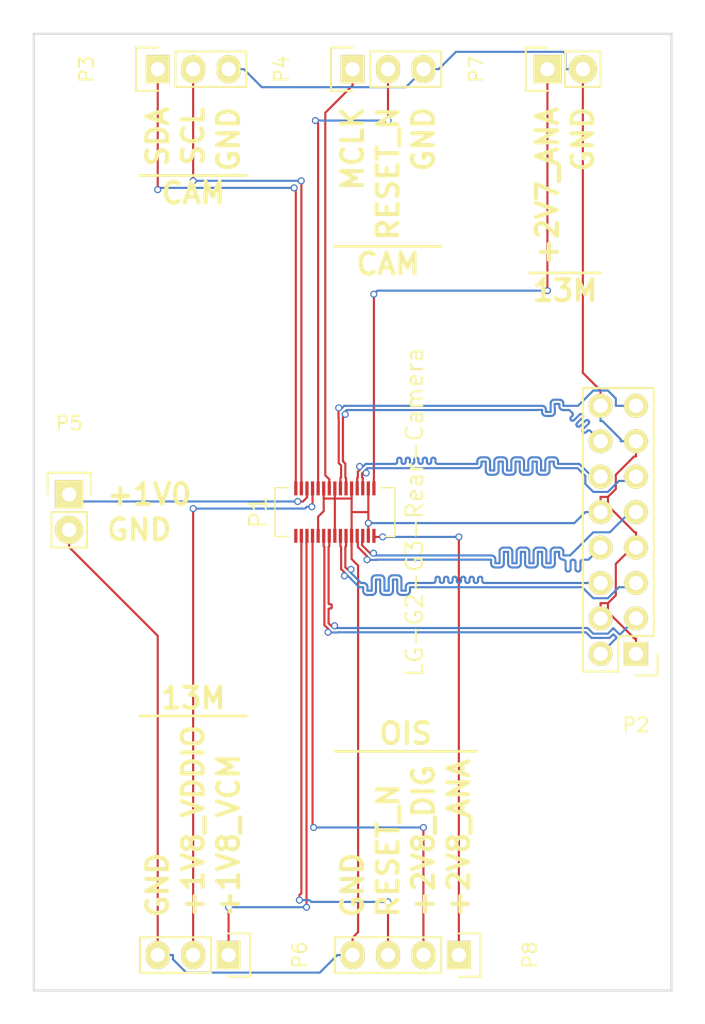
<source format=kicad_pcb>
(kicad_pcb (version 20171130) (host pcbnew "(5.1.12)-1")

  (general
    (thickness 1.6)
    (drawings 31)
    (tracks 1301)
    (zones 0)
    (modules 8)
    (nets 24)
  )

  (page A4)
  (layers
    (0 F.Cu signal)
    (31 B.Cu signal)
    (32 B.Adhes user)
    (33 F.Adhes user)
    (34 B.Paste user)
    (35 F.Paste user)
    (36 B.SilkS user)
    (37 F.SilkS user)
    (38 B.Mask user)
    (39 F.Mask user)
    (40 Dwgs.User user)
    (41 Cmts.User user)
    (42 Eco1.User user)
    (43 Eco2.User user)
    (44 Edge.Cuts user)
    (45 Margin user)
    (46 B.CrtYd user)
    (47 F.CrtYd user)
    (48 B.Fab user)
    (49 F.Fab user)
  )

  (setup
    (last_trace_width 0.1524)
    (trace_clearance 0.1524)
    (zone_clearance 0.508)
    (zone_45_only no)
    (trace_min 0.1524)
    (via_size 0.508)
    (via_drill 0.3302)
    (via_min_size 0.508)
    (via_min_drill 0.3302)
    (uvia_size 0.3)
    (uvia_drill 0.1)
    (uvias_allowed no)
    (uvia_min_size 0)
    (uvia_min_drill 0)
    (edge_width 0.15)
    (segment_width 0.2)
    (pcb_text_width 0.3)
    (pcb_text_size 1.5 1.5)
    (mod_edge_width 0.15)
    (mod_text_size 1 1)
    (mod_text_width 0.15)
    (pad_size 1.524 1.524)
    (pad_drill 0.762)
    (pad_to_mask_clearance 0.2)
    (aux_axis_origin 0 0)
    (visible_elements 7FFFFFFF)
    (pcbplotparams
      (layerselection 0x010fc_80000001)
      (usegerberextensions true)
      (usegerberattributes true)
      (usegerberadvancedattributes true)
      (creategerberjobfile true)
      (excludeedgelayer true)
      (linewidth 0.100000)
      (plotframeref false)
      (viasonmask false)
      (mode 1)
      (useauxorigin false)
      (hpglpennumber 1)
      (hpglpenspeed 20)
      (hpglpendiameter 15.000000)
      (psnegative false)
      (psa4output false)
      (plotreference true)
      (plotvalue false)
      (plotinvisibletext false)
      (padsonsilk false)
      (subtractmaskfromsilk false)
      (outputformat 1)
      (mirror false)
      (drillshape 0)
      (scaleselection 1)
      (outputdirectory "gerbers/"))
  )

  (net 0 "")
  (net 1 "Net-(P1-Pad1)")
  (net 2 /OIS_RESET_N)
  (net 3 /+1V8_13M_VCM)
  (net 4 /+2V8_OIS_DIG)
  (net 5 GND)
  (net 6 /DATA1_P)
  (net 7 /DATA1_N)
  (net 8 /DATA0_P)
  (net 9 /DATA0_N)
  (net 10 /CLK_P)
  (net 11 /CLK_N)
  (net 12 /+2V8_OIS_ANA)
  (net 13 /+2V7_13M_ANA)
  (net 14 /DATA2_N)
  (net 15 /DATA2_P)
  (net 16 /DATA3_N)
  (net 17 /DATA3_P)
  (net 18 /CAM_MCLK)
  (net 19 /CAM_RESET_N)
  (net 20 /+1V8_13M_VDDIO)
  (net 21 /+1V0_VREG_L3)
  (net 22 /CAM_SCL)
  (net 23 /CAM_SDA)

  (net_class Default "This is the default net class."
    (clearance 0.1524)
    (trace_width 0.1524)
    (via_dia 0.508)
    (via_drill 0.3302)
    (uvia_dia 0.3)
    (uvia_drill 0.1)
    (add_net /+1V0_VREG_L3)
    (add_net /+1V8_13M_VCM)
    (add_net /+1V8_13M_VDDIO)
    (add_net /+2V7_13M_ANA)
    (add_net /+2V8_OIS_ANA)
    (add_net /+2V8_OIS_DIG)
    (add_net /CAM_MCLK)
    (add_net /CAM_RESET_N)
    (add_net /CAM_SCL)
    (add_net /CAM_SDA)
    (add_net /CLK_N)
    (add_net /CLK_P)
    (add_net /DATA0_N)
    (add_net /DATA0_P)
    (add_net /DATA1_N)
    (add_net /DATA1_P)
    (add_net /DATA2_N)
    (add_net /DATA2_P)
    (add_net /DATA3_N)
    (add_net /DATA3_P)
    (add_net /OIS_RESET_N)
    (add_net GND)
    (add_net "Net-(P1-Pad1)")
  )

  (module Pin_Headers:Pin_Header_Straight_2x08 (layer F.Cu) (tedit 0) (tstamp 56DCC2DC)
    (at 170.18 105.41 180)
    (descr "Through hole pin header")
    (tags "pin header")
    (path /56DCC951)
    (fp_text reference P2 (at 0 -5.1 180) (layer F.SilkS)
      (effects (font (size 1 1) (thickness 0.15)))
    )
    (fp_text value CONN_02X08 (at 0 -3.1 180) (layer F.Fab)
      (effects (font (size 1 1) (thickness 0.15)))
    )
    (fp_line (start -1.55 -1.55) (end -1.55 0) (layer F.SilkS) (width 0.15))
    (fp_line (start 1.27 1.27) (end -1.27 1.27) (layer F.SilkS) (width 0.15))
    (fp_line (start 1.27 -1.27) (end 1.27 1.27) (layer F.SilkS) (width 0.15))
    (fp_line (start 0 -1.55) (end -1.55 -1.55) (layer F.SilkS) (width 0.15))
    (fp_line (start 3.81 -1.27) (end 1.27 -1.27) (layer F.SilkS) (width 0.15))
    (fp_line (start 3.81 19.05) (end -1.27 19.05) (layer F.SilkS) (width 0.15))
    (fp_line (start -1.27 1.27) (end -1.27 19.05) (layer F.SilkS) (width 0.15))
    (fp_line (start 3.81 19.05) (end 3.81 -1.27) (layer F.SilkS) (width 0.15))
    (fp_line (start -1.75 19.55) (end 4.3 19.55) (layer F.CrtYd) (width 0.05))
    (fp_line (start -1.75 -1.75) (end 4.3 -1.75) (layer F.CrtYd) (width 0.05))
    (fp_line (start 4.3 -1.75) (end 4.3 19.55) (layer F.CrtYd) (width 0.05))
    (fp_line (start -1.75 -1.75) (end -1.75 19.55) (layer F.CrtYd) (width 0.05))
    (pad 1 thru_hole rect (at 0 0 180) (size 1.7272 1.7272) (drill 1.016) (layers *.Cu *.Mask F.SilkS)
      (net 5 GND))
    (pad 2 thru_hole oval (at 2.54 0 180) (size 1.7272 1.7272) (drill 1.016) (layers *.Cu *.Mask F.SilkS)
      (net 6 /DATA1_P))
    (pad 3 thru_hole oval (at 0 2.54 180) (size 1.7272 1.7272) (drill 1.016) (layers *.Cu *.Mask F.SilkS)
      (net 7 /DATA1_N))
    (pad 4 thru_hole oval (at 2.54 2.54 180) (size 1.7272 1.7272) (drill 1.016) (layers *.Cu *.Mask F.SilkS)
      (net 5 GND))
    (pad 5 thru_hole oval (at 0 5.08 180) (size 1.7272 1.7272) (drill 1.016) (layers *.Cu *.Mask F.SilkS)
      (net 8 /DATA0_P))
    (pad 6 thru_hole oval (at 2.54 5.08 180) (size 1.7272 1.7272) (drill 1.016) (layers *.Cu *.Mask F.SilkS)
      (net 9 /DATA0_N))
    (pad 7 thru_hole oval (at 0 7.62 180) (size 1.7272 1.7272) (drill 1.016) (layers *.Cu *.Mask F.SilkS)
      (net 5 GND))
    (pad 8 thru_hole oval (at 2.54 7.62 180) (size 1.7272 1.7272) (drill 1.016) (layers *.Cu *.Mask F.SilkS)
      (net 10 /CLK_P))
    (pad 9 thru_hole oval (at 0 10.16 180) (size 1.7272 1.7272) (drill 1.016) (layers *.Cu *.Mask F.SilkS)
      (net 11 /CLK_N))
    (pad 10 thru_hole oval (at 2.54 10.16 180) (size 1.7272 1.7272) (drill 1.016) (layers *.Cu *.Mask F.SilkS)
      (net 5 GND))
    (pad 11 thru_hole oval (at 0 12.7 180) (size 1.7272 1.7272) (drill 1.016) (layers *.Cu *.Mask F.SilkS)
      (net 14 /DATA2_N))
    (pad 12 thru_hole oval (at 2.54 12.7 180) (size 1.7272 1.7272) (drill 1.016) (layers *.Cu *.Mask F.SilkS)
      (net 15 /DATA2_P))
    (pad 13 thru_hole oval (at 0 15.24 180) (size 1.7272 1.7272) (drill 1.016) (layers *.Cu *.Mask F.SilkS)
      (net 5 GND))
    (pad 14 thru_hole oval (at 2.54 15.24 180) (size 1.7272 1.7272) (drill 1.016) (layers *.Cu *.Mask F.SilkS)
      (net 16 /DATA3_N))
    (pad 15 thru_hole oval (at 0 17.78 180) (size 1.7272 1.7272) (drill 1.016) (layers *.Cu *.Mask F.SilkS)
      (net 17 /DATA3_P))
    (pad 16 thru_hole oval (at 2.54 17.78 180) (size 1.7272 1.7272) (drill 1.016) (layers *.Cu *.Mask F.SilkS)
      (net 5 GND))
    (model Pin_Headers.3dshapes/Pin_Header_Straight_2x08.wrl
      (offset (xyz 1.269999980926514 -8.889999866485596 0))
      (scale (xyz 1 1 1))
      (rotate (xyz 0 0 90))
    )
  )

  (module Pin_Headers:Pin_Header_Straight_1x03 (layer F.Cu) (tedit 0) (tstamp 56DCC2E3)
    (at 135.89 63.5 90)
    (descr "Through hole pin header")
    (tags "pin header")
    (path /56DC94F1)
    (fp_text reference P3 (at 0 -5.1 90) (layer F.SilkS)
      (effects (font (size 1 1) (thickness 0.15)))
    )
    (fp_text value CONN_01X03 (at 0 -3.1 90) (layer F.Fab)
      (effects (font (size 1 1) (thickness 0.15)))
    )
    (fp_line (start -1.55 -1.55) (end 1.55 -1.55) (layer F.SilkS) (width 0.15))
    (fp_line (start -1.55 0) (end -1.55 -1.55) (layer F.SilkS) (width 0.15))
    (fp_line (start 1.27 1.27) (end -1.27 1.27) (layer F.SilkS) (width 0.15))
    (fp_line (start 1.55 -1.55) (end 1.55 0) (layer F.SilkS) (width 0.15))
    (fp_line (start 1.27 6.35) (end 1.27 1.27) (layer F.SilkS) (width 0.15))
    (fp_line (start -1.27 6.35) (end 1.27 6.35) (layer F.SilkS) (width 0.15))
    (fp_line (start -1.27 1.27) (end -1.27 6.35) (layer F.SilkS) (width 0.15))
    (fp_line (start -1.75 6.85) (end 1.75 6.85) (layer F.CrtYd) (width 0.05))
    (fp_line (start -1.75 -1.75) (end 1.75 -1.75) (layer F.CrtYd) (width 0.05))
    (fp_line (start 1.75 -1.75) (end 1.75 6.85) (layer F.CrtYd) (width 0.05))
    (fp_line (start -1.75 -1.75) (end -1.75 6.85) (layer F.CrtYd) (width 0.05))
    (pad 1 thru_hole rect (at 0 0 90) (size 2.032 1.7272) (drill 1.016) (layers *.Cu *.Mask F.SilkS)
      (net 23 /CAM_SDA))
    (pad 2 thru_hole oval (at 0 2.54 90) (size 2.032 1.7272) (drill 1.016) (layers *.Cu *.Mask F.SilkS)
      (net 22 /CAM_SCL))
    (pad 3 thru_hole oval (at 0 5.08 90) (size 2.032 1.7272) (drill 1.016) (layers *.Cu *.Mask F.SilkS)
      (net 5 GND))
    (model Pin_Headers.3dshapes/Pin_Header_Straight_1x03.wrl
      (offset (xyz 0 -2.539999961853027 0))
      (scale (xyz 1 1 1))
      (rotate (xyz 0 0 90))
    )
  )

  (module Pin_Headers:Pin_Header_Straight_1x03 (layer F.Cu) (tedit 0) (tstamp 56DCC2EA)
    (at 149.86 63.5 90)
    (descr "Through hole pin header")
    (tags "pin header")
    (path /56DC951E)
    (fp_text reference P4 (at 0 -5.1 90) (layer F.SilkS)
      (effects (font (size 1 1) (thickness 0.15)))
    )
    (fp_text value CONN_01X03 (at 0 -3.1 90) (layer F.Fab)
      (effects (font (size 1 1) (thickness 0.15)))
    )
    (fp_line (start -1.55 -1.55) (end 1.55 -1.55) (layer F.SilkS) (width 0.15))
    (fp_line (start -1.55 0) (end -1.55 -1.55) (layer F.SilkS) (width 0.15))
    (fp_line (start 1.27 1.27) (end -1.27 1.27) (layer F.SilkS) (width 0.15))
    (fp_line (start 1.55 -1.55) (end 1.55 0) (layer F.SilkS) (width 0.15))
    (fp_line (start 1.27 6.35) (end 1.27 1.27) (layer F.SilkS) (width 0.15))
    (fp_line (start -1.27 6.35) (end 1.27 6.35) (layer F.SilkS) (width 0.15))
    (fp_line (start -1.27 1.27) (end -1.27 6.35) (layer F.SilkS) (width 0.15))
    (fp_line (start -1.75 6.85) (end 1.75 6.85) (layer F.CrtYd) (width 0.05))
    (fp_line (start -1.75 -1.75) (end 1.75 -1.75) (layer F.CrtYd) (width 0.05))
    (fp_line (start 1.75 -1.75) (end 1.75 6.85) (layer F.CrtYd) (width 0.05))
    (fp_line (start -1.75 -1.75) (end -1.75 6.85) (layer F.CrtYd) (width 0.05))
    (pad 1 thru_hole rect (at 0 0 90) (size 2.032 1.7272) (drill 1.016) (layers *.Cu *.Mask F.SilkS)
      (net 18 /CAM_MCLK))
    (pad 2 thru_hole oval (at 0 2.54 90) (size 2.032 1.7272) (drill 1.016) (layers *.Cu *.Mask F.SilkS)
      (net 19 /CAM_RESET_N))
    (pad 3 thru_hole oval (at 0 5.08 90) (size 2.032 1.7272) (drill 1.016) (layers *.Cu *.Mask F.SilkS)
      (net 5 GND))
    (model Pin_Headers.3dshapes/Pin_Header_Straight_1x03.wrl
      (offset (xyz 0 -2.539999961853027 0))
      (scale (xyz 1 1 1))
      (rotate (xyz 0 0 90))
    )
  )

  (module Pin_Headers:Pin_Header_Straight_1x02 (layer F.Cu) (tedit 54EA090C) (tstamp 56DCC2F0)
    (at 129.54 93.98)
    (descr "Through hole pin header")
    (tags "pin header")
    (path /56DCBE66)
    (fp_text reference P5 (at 0 -5.1) (layer F.SilkS)
      (effects (font (size 1 1) (thickness 0.15)))
    )
    (fp_text value CONN_01X02 (at 0 -3.1) (layer F.Fab)
      (effects (font (size 1 1) (thickness 0.15)))
    )
    (fp_line (start -1.27 3.81) (end 1.27 3.81) (layer F.SilkS) (width 0.15))
    (fp_line (start -1.27 1.27) (end -1.27 3.81) (layer F.SilkS) (width 0.15))
    (fp_line (start -1.55 -1.55) (end 1.55 -1.55) (layer F.SilkS) (width 0.15))
    (fp_line (start -1.55 0) (end -1.55 -1.55) (layer F.SilkS) (width 0.15))
    (fp_line (start 1.27 1.27) (end -1.27 1.27) (layer F.SilkS) (width 0.15))
    (fp_line (start -1.75 4.3) (end 1.75 4.3) (layer F.CrtYd) (width 0.05))
    (fp_line (start -1.75 -1.75) (end 1.75 -1.75) (layer F.CrtYd) (width 0.05))
    (fp_line (start 1.75 -1.75) (end 1.75 4.3) (layer F.CrtYd) (width 0.05))
    (fp_line (start -1.75 -1.75) (end -1.75 4.3) (layer F.CrtYd) (width 0.05))
    (fp_line (start 1.55 -1.55) (end 1.55 0) (layer F.SilkS) (width 0.15))
    (fp_line (start 1.27 1.27) (end 1.27 3.81) (layer F.SilkS) (width 0.15))
    (pad 1 thru_hole rect (at 0 0) (size 2.032 2.032) (drill 1.016) (layers *.Cu *.Mask F.SilkS)
      (net 21 /+1V0_VREG_L3))
    (pad 2 thru_hole oval (at 0 2.54) (size 2.032 2.032) (drill 1.016) (layers *.Cu *.Mask F.SilkS)
      (net 5 GND))
    (model Pin_Headers.3dshapes/Pin_Header_Straight_1x02.wrl
      (offset (xyz 0 -1.269999980926514 0))
      (scale (xyz 1 1 1))
      (rotate (xyz 0 0 90))
    )
  )

  (module Pin_Headers:Pin_Header_Straight_1x03 (layer F.Cu) (tedit 0) (tstamp 56DCC2F7)
    (at 140.97 127 270)
    (descr "Through hole pin header")
    (tags "pin header")
    (path /56DCBF22)
    (fp_text reference P6 (at 0 -5.1 270) (layer F.SilkS)
      (effects (font (size 1 1) (thickness 0.15)))
    )
    (fp_text value CONN_01X03 (at 0 -3.1 270) (layer F.Fab)
      (effects (font (size 1 1) (thickness 0.15)))
    )
    (fp_line (start -1.55 -1.55) (end 1.55 -1.55) (layer F.SilkS) (width 0.15))
    (fp_line (start -1.55 0) (end -1.55 -1.55) (layer F.SilkS) (width 0.15))
    (fp_line (start 1.27 1.27) (end -1.27 1.27) (layer F.SilkS) (width 0.15))
    (fp_line (start 1.55 -1.55) (end 1.55 0) (layer F.SilkS) (width 0.15))
    (fp_line (start 1.27 6.35) (end 1.27 1.27) (layer F.SilkS) (width 0.15))
    (fp_line (start -1.27 6.35) (end 1.27 6.35) (layer F.SilkS) (width 0.15))
    (fp_line (start -1.27 1.27) (end -1.27 6.35) (layer F.SilkS) (width 0.15))
    (fp_line (start -1.75 6.85) (end 1.75 6.85) (layer F.CrtYd) (width 0.05))
    (fp_line (start -1.75 -1.75) (end 1.75 -1.75) (layer F.CrtYd) (width 0.05))
    (fp_line (start 1.75 -1.75) (end 1.75 6.85) (layer F.CrtYd) (width 0.05))
    (fp_line (start -1.75 -1.75) (end -1.75 6.85) (layer F.CrtYd) (width 0.05))
    (pad 1 thru_hole rect (at 0 0 270) (size 2.032 1.7272) (drill 1.016) (layers *.Cu *.Mask F.SilkS)
      (net 3 /+1V8_13M_VCM))
    (pad 2 thru_hole oval (at 0 2.54 270) (size 2.032 1.7272) (drill 1.016) (layers *.Cu *.Mask F.SilkS)
      (net 20 /+1V8_13M_VDDIO))
    (pad 3 thru_hole oval (at 0 5.08 270) (size 2.032 1.7272) (drill 1.016) (layers *.Cu *.Mask F.SilkS)
      (net 5 GND))
    (model Pin_Headers.3dshapes/Pin_Header_Straight_1x03.wrl
      (offset (xyz 0 -2.539999961853027 0))
      (scale (xyz 1 1 1))
      (rotate (xyz 0 0 90))
    )
  )

  (module Pin_Headers:Pin_Header_Straight_1x02 (layer F.Cu) (tedit 54EA090C) (tstamp 56DCC2FD)
    (at 163.83 63.5 90)
    (descr "Through hole pin header")
    (tags "pin header")
    (path /56DCBEB3)
    (fp_text reference P7 (at 0 -5.1 90) (layer F.SilkS)
      (effects (font (size 1 1) (thickness 0.15)))
    )
    (fp_text value CONN_01X02 (at 0 -3.1 90) (layer F.Fab)
      (effects (font (size 1 1) (thickness 0.15)))
    )
    (fp_line (start -1.27 3.81) (end 1.27 3.81) (layer F.SilkS) (width 0.15))
    (fp_line (start -1.27 1.27) (end -1.27 3.81) (layer F.SilkS) (width 0.15))
    (fp_line (start -1.55 -1.55) (end 1.55 -1.55) (layer F.SilkS) (width 0.15))
    (fp_line (start -1.55 0) (end -1.55 -1.55) (layer F.SilkS) (width 0.15))
    (fp_line (start 1.27 1.27) (end -1.27 1.27) (layer F.SilkS) (width 0.15))
    (fp_line (start -1.75 4.3) (end 1.75 4.3) (layer F.CrtYd) (width 0.05))
    (fp_line (start -1.75 -1.75) (end 1.75 -1.75) (layer F.CrtYd) (width 0.05))
    (fp_line (start 1.75 -1.75) (end 1.75 4.3) (layer F.CrtYd) (width 0.05))
    (fp_line (start -1.75 -1.75) (end -1.75 4.3) (layer F.CrtYd) (width 0.05))
    (fp_line (start 1.55 -1.55) (end 1.55 0) (layer F.SilkS) (width 0.15))
    (fp_line (start 1.27 1.27) (end 1.27 3.81) (layer F.SilkS) (width 0.15))
    (pad 1 thru_hole rect (at 0 0 90) (size 2.032 2.032) (drill 1.016) (layers *.Cu *.Mask F.SilkS)
      (net 13 /+2V7_13M_ANA))
    (pad 2 thru_hole oval (at 0 2.54 90) (size 2.032 2.032) (drill 1.016) (layers *.Cu *.Mask F.SilkS)
      (net 5 GND))
    (model Pin_Headers.3dshapes/Pin_Header_Straight_1x02.wrl
      (offset (xyz 0 -1.269999980926514 0))
      (scale (xyz 1 1 1))
      (rotate (xyz 0 0 90))
    )
  )

  (module Pin_Headers:Pin_Header_Straight_1x04 (layer F.Cu) (tedit 0) (tstamp 56DCC305)
    (at 157.48 127 270)
    (descr "Through hole pin header")
    (tags "pin header")
    (path /56DC9673)
    (fp_text reference P8 (at 0 -5.1 270) (layer F.SilkS)
      (effects (font (size 1 1) (thickness 0.15)))
    )
    (fp_text value CONN_01X04 (at 0 -3.1 270) (layer F.Fab)
      (effects (font (size 1 1) (thickness 0.15)))
    )
    (fp_line (start -1.55 -1.55) (end 1.55 -1.55) (layer F.SilkS) (width 0.15))
    (fp_line (start -1.55 0) (end -1.55 -1.55) (layer F.SilkS) (width 0.15))
    (fp_line (start 1.27 1.27) (end -1.27 1.27) (layer F.SilkS) (width 0.15))
    (fp_line (start -1.27 8.89) (end 1.27 8.89) (layer F.SilkS) (width 0.15))
    (fp_line (start 1.55 -1.55) (end 1.55 0) (layer F.SilkS) (width 0.15))
    (fp_line (start 1.27 1.27) (end 1.27 8.89) (layer F.SilkS) (width 0.15))
    (fp_line (start -1.27 1.27) (end -1.27 8.89) (layer F.SilkS) (width 0.15))
    (fp_line (start -1.75 9.4) (end 1.75 9.4) (layer F.CrtYd) (width 0.05))
    (fp_line (start -1.75 -1.75) (end 1.75 -1.75) (layer F.CrtYd) (width 0.05))
    (fp_line (start 1.75 -1.75) (end 1.75 9.4) (layer F.CrtYd) (width 0.05))
    (fp_line (start -1.75 -1.75) (end -1.75 9.4) (layer F.CrtYd) (width 0.05))
    (pad 1 thru_hole rect (at 0 0 270) (size 2.032 1.7272) (drill 1.016) (layers *.Cu *.Mask F.SilkS)
      (net 12 /+2V8_OIS_ANA))
    (pad 2 thru_hole oval (at 0 2.54 270) (size 2.032 1.7272) (drill 1.016) (layers *.Cu *.Mask F.SilkS)
      (net 4 /+2V8_OIS_DIG))
    (pad 3 thru_hole oval (at 0 5.08 270) (size 2.032 1.7272) (drill 1.016) (layers *.Cu *.Mask F.SilkS)
      (net 2 /OIS_RESET_N))
    (pad 4 thru_hole oval (at 0 7.62 270) (size 2.032 1.7272) (drill 1.016) (layers *.Cu *.Mask F.SilkS)
      (net 5 GND))
    (model Pin_Headers.3dshapes/Pin_Header_Straight_1x04.wrl
      (offset (xyz 0 -3.809999942779541 0))
      (scale (xyz 1 1 1))
      (rotate (xyz 0 0 90))
    )
  )

  (module connectors:GB042-30S (layer F.Cu) (tedit 57905E2D) (tstamp 56DCC2C8)
    (at 148.59 95.25)
    (descr http://www.lsmtron.com/pdf/LS%20Mtron%20Connector.pdf)
    (path /56CC9D01)
    (fp_text reference P1 (at -5.5 0 90) (layer F.SilkS)
      (effects (font (size 1.2 1.2) (thickness 0.15)))
    )
    (fp_text value LG-G2-G3-Rear-Camera (at 5.715 0 90) (layer F.SilkS)
      (effects (font (size 1.2 1.2) (thickness 0.15)))
    )
    (fp_line (start 3.3 1.75) (end 4.3 1.75) (layer F.SilkS) (width 0.1))
    (fp_line (start 3.3 -1.75) (end 4.3 -1.75) (layer F.SilkS) (width 0.1))
    (fp_line (start -4.3 -1.75) (end -4.3 1.75) (layer F.SilkS) (width 0.1))
    (fp_line (start -4.3 1.75) (end -3.3 1.75) (layer F.SilkS) (width 0.1))
    (fp_line (start 4.3 -1.75) (end 4.3 1.75) (layer F.SilkS) (width 0.1))
    (fp_line (start -4.3 -1.75) (end -3.3 -1.75) (layer F.SilkS) (width 0.1))
    (pad 1 smd rect (at -2.8 1.7 180) (size 0.23 1) (layers F.Cu F.Paste F.Mask)
      (net 1 "Net-(P1-Pad1)"))
    (pad 2 smd rect (at -2.4 1.7 180) (size 0.23 1) (layers F.Cu F.Paste F.Mask)
      (net 2 /OIS_RESET_N))
    (pad 3 smd rect (at -2 1.7 180) (size 0.23 1) (layers F.Cu F.Paste F.Mask)
      (net 3 /+1V8_13M_VCM))
    (pad 4 smd rect (at -1.6 1.7 180) (size 0.23 1) (layers F.Cu F.Paste F.Mask)
      (net 4 /+2V8_OIS_DIG))
    (pad 5 smd rect (at -1.2 1.7 180) (size 0.23 1) (layers F.Cu F.Paste F.Mask)
      (net 5 GND))
    (pad 6 smd rect (at -0.8 1.7 180) (size 0.23 1) (layers F.Cu F.Paste F.Mask)
      (net 6 /DATA1_P))
    (pad 7 smd rect (at -0.4 1.7 180) (size 0.23 1) (layers F.Cu F.Paste F.Mask)
      (net 7 /DATA1_N))
    (pad 8 smd rect (at 0 1.7 180) (size 0.23 1) (layers F.Cu F.Paste F.Mask)
      (net 5 GND))
    (pad 9 smd rect (at 0.4 1.7 180) (size 0.23 1) (layers F.Cu F.Paste F.Mask)
      (net 8 /DATA0_P))
    (pad 10 smd rect (at 0.8 1.7 180) (size 0.23 1) (layers F.Cu F.Paste F.Mask)
      (net 9 /DATA0_N))
    (pad 11 smd rect (at 1.2 1.7 180) (size 0.23 1) (layers F.Cu F.Paste F.Mask)
      (net 5 GND))
    (pad 12 smd rect (at 1.6 1.7 180) (size 0.23 1) (layers F.Cu F.Paste F.Mask)
      (net 10 /CLK_P))
    (pad 13 smd rect (at 2 1.7 180) (size 0.23 1) (layers F.Cu F.Paste F.Mask)
      (net 11 /CLK_N))
    (pad 14 smd rect (at 2.4 1.7 180) (size 0.23 1) (layers F.Cu F.Paste F.Mask)
      (net 5 GND))
    (pad 15 smd rect (at 2.8 1.7 180) (size 0.23 1) (layers F.Cu F.Paste F.Mask)
      (net 12 /+2V8_OIS_ANA))
    (pad 16 smd rect (at 2.8 -1.7) (size 0.23 1) (layers F.Cu F.Paste F.Mask)
      (net 13 /+2V7_13M_ANA))
    (pad 17 smd rect (at 2.4 -1.7) (size 0.23 1) (layers F.Cu F.Paste F.Mask)
      (net 5 GND))
    (pad 18 smd rect (at 2 -1.7) (size 0.23 1) (layers F.Cu F.Paste F.Mask)
      (net 14 /DATA2_N))
    (pad 19 smd rect (at 1.6 -1.7) (size 0.23 1) (layers F.Cu F.Paste F.Mask)
      (net 15 /DATA2_P))
    (pad 20 smd rect (at 1.2 -1.7) (size 0.23 1) (layers F.Cu F.Paste F.Mask)
      (net 5 GND))
    (pad 21 smd rect (at 0.8 -1.7) (size 0.23 1) (layers F.Cu F.Paste F.Mask)
      (net 16 /DATA3_N))
    (pad 22 smd rect (at 0.4 -1.7) (size 0.23 1) (layers F.Cu F.Paste F.Mask)
      (net 17 /DATA3_P))
    (pad 23 smd rect (at 0 -1.7) (size 0.23 1) (layers F.Cu F.Paste F.Mask)
      (net 5 GND))
    (pad 24 smd rect (at -0.4 -1.7) (size 0.23 1) (layers F.Cu F.Paste F.Mask)
      (net 18 /CAM_MCLK))
    (pad 25 smd rect (at -0.8 -1.7) (size 0.23 1) (layers F.Cu F.Paste F.Mask)
      (net 5 GND))
    (pad 26 smd rect (at -1.2 -1.7) (size 0.23 1) (layers F.Cu F.Paste F.Mask)
      (net 19 /CAM_RESET_N))
    (pad 27 smd rect (at -1.6 -1.7) (size 0.23 1) (layers F.Cu F.Paste F.Mask)
      (net 20 /+1V8_13M_VDDIO))
    (pad 28 smd rect (at -2 -1.7) (size 0.23 1) (layers F.Cu F.Paste F.Mask)
      (net 21 /+1V0_VREG_L3))
    (pad 29 smd rect (at -2.4 -1.7) (size 0.23 1) (layers F.Cu F.Paste F.Mask)
      (net 22 /CAM_SCL))
    (pad 30 smd rect (at -2.8 -1.7) (size 0.23 1) (layers F.Cu F.Paste F.Mask)
      (net 23 /CAM_SDA))
  )

  (gr_text CAM (at 138.43 72.39) (layer F.SilkS)
    (effects (font (size 1.5 1.5) (thickness 0.3)))
  )
  (gr_text CAM (at 152.4 77.47) (layer F.SilkS)
    (effects (font (size 1.5 1.5) (thickness 0.3)))
  )
  (gr_text 13M (at 165.1 79.375) (layer F.SilkS)
    (effects (font (size 1.5 1.5) (thickness 0.3)))
  )
  (gr_text SDA (at 135.89 66.04 90) (layer F.SilkS)
    (effects (font (size 1.5 1.5) (thickness 0.3)) (justify right))
  )
  (gr_text SCL (at 138.43 66.04 90) (layer F.SilkS)
    (effects (font (size 1.5 1.5) (thickness 0.3)) (justify right))
  )
  (gr_text MCLK (at 149.86 66.04 90) (layer F.SilkS)
    (effects (font (size 1.5 1.5) (thickness 0.3)) (justify right))
  )
  (gr_text RESET_N (at 152.4 66.04 90) (layer F.SilkS)
    (effects (font (size 1.5 1.5) (thickness 0.3)) (justify right))
  )
  (gr_text +2V7_ANA (at 163.83 66.04 90) (layer F.SilkS)
    (effects (font (size 1.5 1.5) (thickness 0.3)) (justify right))
  )
  (gr_text GND (at 166.37 66.04 90) (layer F.SilkS)
    (effects (font (size 1.5 1.5) (thickness 0.3)) (justify right))
  )
  (gr_text GND (at 154.94 66.04 90) (layer F.SilkS)
    (effects (font (size 1.5 1.5) (thickness 0.3)) (justify right))
  )
  (gr_text GND (at 140.97 66.04 90) (layer F.SilkS)
    (effects (font (size 1.5 1.5) (thickness 0.3)) (justify right))
  )
  (gr_text +1V0 (at 132.08 93.98) (layer F.SilkS)
    (effects (font (size 1.5 1.5) (thickness 0.3)) (justify left))
  )
  (gr_text GND (at 132.08 96.52) (layer F.SilkS)
    (effects (font (size 1.5 1.5) (thickness 0.3)) (justify left))
  )
  (gr_text 13M (at 138.43 108.585) (layer F.SilkS)
    (effects (font (size 1.5 1.5) (thickness 0.3)))
  )
  (gr_text +1V8_VCM (at 140.97 124.46 90) (layer F.SilkS)
    (effects (font (size 1.5 1.5) (thickness 0.3)) (justify left))
  )
  (gr_text +1V8_VDDIO (at 138.43 124.46 90) (layer F.SilkS)
    (effects (font (size 1.5 1.5) (thickness 0.3)) (justify left))
  )
  (gr_text GND (at 135.89 124.46 90) (layer F.SilkS)
    (effects (font (size 1.5 1.5) (thickness 0.3)) (justify left))
  )
  (gr_text OIS (at 153.67 111.125) (layer F.SilkS)
    (effects (font (size 1.5 1.5) (thickness 0.3)))
  )
  (gr_text GND (at 149.86 124.46 90) (layer F.SilkS)
    (effects (font (size 1.5 1.5) (thickness 0.3)) (justify left))
  )
  (gr_text +2V8_ANA (at 157.48 124.46 90) (layer F.SilkS)
    (effects (font (size 1.5 1.5) (thickness 0.3)) (justify left))
  )
  (gr_text +2V8_DIG (at 154.94 124.46 90) (layer F.SilkS)
    (effects (font (size 1.5 1.5) (thickness 0.3)) (justify left))
  )
  (gr_text RESET_N (at 152.4 124.46 90) (layer F.SilkS)
    (effects (font (size 1.5 1.5) (thickness 0.3)) (justify left))
  )
  (gr_line (start 142.24 71.12) (end 134.62 71.12) (layer F.SilkS) (width 0.2))
  (gr_line (start 156.21 76.2) (end 148.59 76.2) (layer F.SilkS) (width 0.2))
  (gr_line (start 162.56 78.105) (end 167.64 78.105) (layer F.SilkS) (width 0.2))
  (gr_line (start 142.24 109.855) (end 134.62 109.855) (layer F.SilkS) (width 0.2))
  (gr_line (start 148.59 112.395) (end 158.75 112.395) (layer F.SilkS) (width 0.2))
  (gr_line (start 127 129.54) (end 127 60.96) (layer Edge.Cuts) (width 0.15))
  (gr_line (start 172.72 129.54) (end 127 129.54) (layer Edge.Cuts) (width 0.15))
  (gr_line (start 172.72 60.96) (end 172.72 129.54) (layer Edge.Cuts) (width 0.15))
  (gr_line (start 127 60.96) (end 172.72 60.96) (layer Edge.Cuts) (width 0.15))

  (segment (start 152.4 127) (end 152.4 123.19) (width 0.1524) (layer F.Cu) (net 2))
  (segment (start 152.4 123.19) (end 146.891 123.19) (width 0.1524) (layer B.Cu) (net 2))
  (segment (start 146.891 123.19) (end 146.764 123.063) (width 0.1524) (layer B.Cu) (net 2))
  (segment (start 146.764 123.063) (end 146.05 123.063) (width 0.1524) (layer B.Cu) (net 2))
  (segment (start 146.05 123.063) (end 146.05 122.704) (width 0.1524) (layer F.Cu) (net 2))
  (segment (start 146.05 122.704) (end 146.19 122.564) (width 0.1524) (layer F.Cu) (net 2))
  (segment (start 146.19 122.564) (end 146.19 96.95) (width 0.1524) (layer F.Cu) (net 2))
  (via (at 152.4 123.19) (size 0.508) (layers F.Cu B.Cu) (net 2))
  (via (at 146.05 123.063) (size 0.508) (layers F.Cu B.Cu) (net 2))
  (segment (start 140.97 127) (end 140.97 123.571) (width 0.1524) (layer F.Cu) (net 3))
  (segment (start 140.97 123.571) (end 146.558 123.571) (width 0.1524) (layer B.Cu) (net 3))
  (segment (start 146.558 123.571) (end 146.558 96.982) (width 0.1524) (layer F.Cu) (net 3))
  (segment (start 146.558 96.982) (end 146.59 96.95) (width 0.1524) (layer F.Cu) (net 3))
  (via (at 140.97 123.571) (size 0.508) (layers F.Cu B.Cu) (net 3))
  (via (at 146.558 123.571) (size 0.508) (layers F.Cu B.Cu) (net 3))
  (segment (start 146.99 96.95) (end 146.99 117.78) (width 0.1524) (layer F.Cu) (net 4))
  (segment (start 146.99 117.78) (end 147.066 117.856) (width 0.1524) (layer F.Cu) (net 4))
  (segment (start 147.066 117.856) (end 154.94 117.856) (width 0.1524) (layer B.Cu) (net 4))
  (segment (start 154.94 117.856) (end 154.94 127) (width 0.1524) (layer F.Cu) (net 4))
  (via (at 147.066 117.856) (size 0.508) (layers F.Cu B.Cu) (net 4))
  (via (at 154.94 117.856) (size 0.508) (layers F.Cu B.Cu) (net 4))
  (segment (start 168.1691 101.7777) (end 167.64 101.7777) (width 0.1524) (layer F.Cu) (net 5))
  (segment (start 170.18 97.5162) (end 168.7323 98.9639) (width 0.1524) (layer F.Cu) (net 5))
  (segment (start 168.7323 98.9639) (end 168.7323 101.2145) (width 0.1524) (layer F.Cu) (net 5))
  (segment (start 168.7323 101.2145) (end 168.1691 101.7777) (width 0.1524) (layer F.Cu) (net 5))
  (segment (start 168.1691 101.7777) (end 168.1691 102.4039) (width 0.1524) (layer F.Cu) (net 5))
  (segment (start 168.1691 102.4039) (end 170.0829 104.3177) (width 0.1524) (layer F.Cu) (net 5))
  (segment (start 170.0829 104.3177) (end 170.18 104.3177) (width 0.1524) (layer F.Cu) (net 5))
  (segment (start 170.18 105.41) (end 170.18 104.3177) (width 0.1524) (layer F.Cu) (net 5))
  (segment (start 167.64 102.87) (end 167.64 101.7777) (width 0.1524) (layer F.Cu) (net 5))
  (segment (start 170.18 97.2438) (end 170.18 96.6977) (width 0.1524) (layer F.Cu) (net 5))
  (segment (start 170.18 97.79) (end 170.18 97.5162) (width 0.1524) (layer F.Cu) (net 5))
  (segment (start 170.18 97.2438) (end 170.18 97.5162) (width 0.1524) (layer F.Cu) (net 5))
  (segment (start 168.1691 94.1577) (end 167.64 94.1577) (width 0.1524) (layer F.Cu) (net 5))
  (segment (start 170.18 91.2623) (end 170.0433 91.2623) (width 0.1524) (layer F.Cu) (net 5))
  (segment (start 170.0433 91.2623) (end 168.7323 92.5733) (width 0.1524) (layer F.Cu) (net 5))
  (segment (start 168.7323 92.5733) (end 168.7323 93.5945) (width 0.1524) (layer F.Cu) (net 5))
  (segment (start 168.7323 93.5945) (end 168.1691 94.1577) (width 0.1524) (layer F.Cu) (net 5))
  (segment (start 168.1691 94.1577) (end 168.1691 94.7839) (width 0.1524) (layer F.Cu) (net 5))
  (segment (start 168.1691 94.7839) (end 170.0829 96.6977) (width 0.1524) (layer F.Cu) (net 5))
  (segment (start 170.0829 96.6977) (end 170.18 96.6977) (width 0.1524) (layer F.Cu) (net 5))
  (segment (start 167.64 95.25) (end 167.64 94.1577) (width 0.1524) (layer F.Cu) (net 5))
  (segment (start 170.18 90.17) (end 170.18 91.2623) (width 0.1524) (layer F.Cu) (net 5))
  (segment (start 167.64 87.63) (end 167.64 88.7223) (width 0.1524) (layer B.Cu) (net 5))
  (segment (start 170.18 90.17) (end 169.0877 90.17) (width 0.1524) (layer B.Cu) (net 5))
  (segment (start 167.64 88.7223) (end 167.7765 88.7223) (width 0.1524) (layer B.Cu) (net 5))
  (segment (start 167.7765 88.7223) (end 169.0877 90.0335) (width 0.1524) (layer B.Cu) (net 5))
  (segment (start 169.0877 90.0335) (end 169.0877 90.17) (width 0.1524) (layer B.Cu) (net 5))
  (segment (start 167.64 87.63) (end 167.64 86.5377) (width 0.1524) (layer F.Cu) (net 5))
  (segment (start 166.37 63.5) (end 166.37 85.2677) (width 0.1524) (layer F.Cu) (net 5))
  (segment (start 166.37 85.2677) (end 167.64 86.5377) (width 0.1524) (layer F.Cu) (net 5))
  (segment (start 140.97 63.5) (end 142.0623 63.5) (width 0.1524) (layer B.Cu) (net 5))
  (segment (start 154.9737 63.5) (end 153.681 64.7927) (width 0.1524) (layer B.Cu) (net 5))
  (segment (start 153.681 64.7927) (end 143.355 64.7927) (width 0.1524) (layer B.Cu) (net 5))
  (segment (start 143.355 64.7927) (end 142.0623 63.5) (width 0.1524) (layer B.Cu) (net 5))
  (segment (start 155.4862 63.5) (end 156.0323 63.5) (width 0.1524) (layer B.Cu) (net 5))
  (segment (start 154.94 63.5) (end 154.9737 63.5) (width 0.1524) (layer B.Cu) (net 5))
  (segment (start 155.4862 63.5) (end 154.9737 63.5) (width 0.1524) (layer B.Cu) (net 5))
  (segment (start 150.99 95.25) (end 150.99 96.0374) (width 0.1524) (layer F.Cu) (net 5))
  (segment (start 150.99 96.95) (end 150.99 96.0374) (width 0.1524) (layer F.Cu) (net 5))
  (segment (start 166.5477 95.25) (end 165.7603 96.0374) (width 0.1524) (layer B.Cu) (net 5))
  (segment (start 165.7603 96.0374) (end 150.99 96.0374) (width 0.1524) (layer B.Cu) (net 5))
  (segment (start 167.64 95.25) (end 166.5477 95.25) (width 0.1524) (layer B.Cu) (net 5))
  (segment (start 129.54 96.52) (end 129.54 97.7647) (width 0.1524) (layer F.Cu) (net 5))
  (segment (start 129.54 97.7647) (end 135.89 104.1147) (width 0.1524) (layer F.Cu) (net 5))
  (segment (start 135.89 104.1147) (end 135.89 127) (width 0.1524) (layer F.Cu) (net 5))
  (segment (start 166.37 63.5) (end 165.1253 63.5) (width 0.1524) (layer B.Cu) (net 5))
  (segment (start 165.1253 63.5) (end 165.1253 62.4109) (width 0.1524) (layer B.Cu) (net 5))
  (segment (start 165.1253 62.4109) (end 164.9696 62.2552) (width 0.1524) (layer B.Cu) (net 5))
  (segment (start 164.9696 62.2552) (end 157.2771 62.2552) (width 0.1524) (layer B.Cu) (net 5))
  (segment (start 157.2771 62.2552) (end 156.0323 63.5) (width 0.1524) (layer B.Cu) (net 5))
  (segment (start 135.89 127) (end 136.9823 127) (width 0.1524) (layer B.Cu) (net 5))
  (segment (start 149.86 127) (end 148.7677 127) (width 0.1524) (layer B.Cu) (net 5))
  (segment (start 148.7677 127) (end 147.5095 128.2582) (width 0.1524) (layer B.Cu) (net 5))
  (segment (start 147.5095 128.2582) (end 137.9379 128.2582) (width 0.1524) (layer B.Cu) (net 5))
  (segment (start 137.9379 128.2582) (end 136.9823 127.3026) (width 0.1524) (layer B.Cu) (net 5))
  (segment (start 136.9823 127.3026) (end 136.9823 127) (width 0.1524) (layer B.Cu) (net 5))
  (segment (start 149.86 127) (end 149.86 125.7553) (width 0.1524) (layer F.Cu) (net 5))
  (segment (start 149.79 96.95) (end 149.79 98.6136) (width 0.1524) (layer F.Cu) (net 5))
  (segment (start 149.79 98.6136) (end 150.2558 99.0794) (width 0.1524) (layer F.Cu) (net 5))
  (segment (start 150.2558 99.0794) (end 150.2558 125.3595) (width 0.1524) (layer F.Cu) (net 5))
  (segment (start 150.2558 125.3595) (end 149.86 125.7553) (width 0.1524) (layer F.Cu) (net 5))
  (segment (start 149.79 95.25) (end 149.79 96.95) (width 0.1524) (layer F.Cu) (net 5))
  (segment (start 148.59 96.95) (end 148.59 94.2787) (width 0.1524) (layer F.Cu) (net 5))
  (segment (start 149.79 94.2787) (end 149.79 95.25) (width 0.1524) (layer F.Cu) (net 5))
  (segment (start 149.79 93.55) (end 149.79 94.2787) (width 0.1524) (layer F.Cu) (net 5))
  (segment (start 149.79 94.2787) (end 148.59 94.2787) (width 0.1524) (layer F.Cu) (net 5))
  (segment (start 150.99 95.25) (end 149.79 95.25) (width 0.1524) (layer F.Cu) (net 5))
  (segment (start 150.99 93.55) (end 150.99 95.25) (width 0.1524) (layer F.Cu) (net 5))
  (segment (start 147.79 94.2787) (end 147.79 95.1812) (width 0.1524) (layer F.Cu) (net 5))
  (segment (start 147.79 95.1812) (end 147.39 95.5812) (width 0.1524) (layer F.Cu) (net 5))
  (segment (start 147.39 95.5812) (end 147.39 96.95) (width 0.1524) (layer F.Cu) (net 5))
  (segment (start 147.79 93.55) (end 147.79 94.2787) (width 0.1524) (layer F.Cu) (net 5))
  (segment (start 148.59 94.2787) (end 147.79 94.2787) (width 0.1524) (layer F.Cu) (net 5))
  (segment (start 148.59 93.55) (end 148.59 94.2787) (width 0.1524) (layer F.Cu) (net 5))
  (via (at 150.99 96.0374) (size 0.508) (layers F.Cu B.Cu) (net 5))
  (segment (start 147.79 96.95) (end 147.79 97.7) (width 0.1524) (layer F.Cu) (net 6))
  (segment (start 147.79 97.7) (end 147.838 97.7476) (width 0.1524) (layer F.Cu) (net 6))
  (segment (start 147.838 97.7476) (end 147.838 103.349) (width 0.1524) (layer F.Cu) (net 6))
  (segment (start 147.838 103.349) (end 148.103 103.614) (width 0.1524) (layer F.Cu) (net 6))
  (segment (start 148.103 103.614) (end 148.103 103.865) (width 0.1524) (layer F.Cu) (net 6))
  (segment (start 148.103 103.865) (end 148.322 103.865) (width 0.1524) (layer B.Cu) (net 6))
  (segment (start 148.322 103.865) (end 148.338 103.881) (width 0.1524) (layer B.Cu) (net 6))
  (segment (start 148.338 103.881) (end 148.801 103.881) (width 0.1524) (layer B.Cu) (net 6))
  (segment (start 148.801 103.881) (end 148.817 103.865) (width 0.1524) (layer B.Cu) (net 6))
  (segment (start 148.817 103.865) (end 166.588 103.865) (width 0.1524) (layer B.Cu) (net 6))
  (segment (start 166.588 103.865) (end 166.989 104.267) (width 0.1524) (layer B.Cu) (net 6))
  (segment (start 166.989 104.267) (end 168.291 104.267) (width 0.1524) (layer B.Cu) (net 6))
  (segment (start 168.291 104.267) (end 168.556 104.002) (width 0.1524) (layer B.Cu) (net 6))
  (segment (start 168.556 104.002) (end 168.802 104.248) (width 0.1524) (layer B.Cu) (net 6))
  (segment (start 168.802 104.248) (end 167.64 105.41) (width 0.1524) (layer B.Cu) (net 6))
  (via (at 148.103 103.865) (size 0.508) (layers F.Cu B.Cu) (net 6))
  (segment (start 170.18 102.87) (end 169.018 104.032) (width 0.1524) (layer B.Cu) (net 7))
  (segment (start 169.018 104.032) (end 168.556 103.57) (width 0.1524) (layer B.Cu) (net 7))
  (segment (start 168.556 103.57) (end 168.164 103.962) (width 0.1524) (layer B.Cu) (net 7))
  (segment (start 168.164 103.962) (end 167.116 103.962) (width 0.1524) (layer B.Cu) (net 7))
  (segment (start 167.116 103.962) (end 166.714 103.561) (width 0.1524) (layer B.Cu) (net 7))
  (segment (start 166.714 103.561) (end 148.732 103.561) (width 0.1524) (layer B.Cu) (net 7))
  (segment (start 148.732 103.561) (end 148.569 103.399) (width 0.1524) (layer B.Cu) (net 7))
  (segment (start 148.569 103.399) (end 148.318 103.399) (width 0.1524) (layer F.Cu) (net 7))
  (segment (start 148.318 103.399) (end 148.142 103.223) (width 0.1524) (layer F.Cu) (net 7))
  (segment (start 148.142 103.223) (end 148.142 102.235) (width 0.1524) (layer F.Cu) (net 7))
  (segment (start 148.142 102.235) (end 148.144 102.218) (width 0.1524) (layer F.Cu) (net 7))
  (segment (start 148.144 102.218) (end 148.15 102.202) (width 0.1524) (layer F.Cu) (net 7))
  (segment (start 148.15 102.202) (end 148.159 102.187) (width 0.1524) (layer F.Cu) (net 7))
  (segment (start 148.159 102.187) (end 148.171 102.175) (width 0.1524) (layer F.Cu) (net 7))
  (segment (start 148.171 102.175) (end 148.186 102.166) (width 0.1524) (layer F.Cu) (net 7))
  (segment (start 148.186 102.166) (end 148.202 102.161) (width 0.1524) (layer F.Cu) (net 7))
  (segment (start 148.202 102.161) (end 148.219 102.159) (width 0.1524) (layer F.Cu) (net 7))
  (segment (start 148.219 102.159) (end 148.286 102.159) (width 0.1524) (layer F.Cu) (net 7))
  (segment (start 148.286 102.159) (end 148.303 102.157) (width 0.1524) (layer F.Cu) (net 7))
  (segment (start 148.303 102.157) (end 148.319 102.151) (width 0.1524) (layer F.Cu) (net 7))
  (segment (start 148.319 102.151) (end 148.334 102.142) (width 0.1524) (layer F.Cu) (net 7))
  (segment (start 148.334 102.142) (end 148.346 102.13) (width 0.1524) (layer F.Cu) (net 7))
  (segment (start 148.346 102.13) (end 148.355 102.116) (width 0.1524) (layer F.Cu) (net 7))
  (segment (start 148.355 102.116) (end 148.36 102.1) (width 0.1524) (layer F.Cu) (net 7))
  (segment (start 148.36 102.1) (end 148.362 102.083) (width 0.1524) (layer F.Cu) (net 7))
  (segment (start 148.362 102.083) (end 148.362 101.93) (width 0.1524) (layer F.Cu) (net 7))
  (segment (start 148.362 101.93) (end 148.36 101.913) (width 0.1524) (layer F.Cu) (net 7))
  (segment (start 148.36 101.913) (end 148.355 101.897) (width 0.1524) (layer F.Cu) (net 7))
  (segment (start 148.355 101.897) (end 148.346 101.883) (width 0.1524) (layer F.Cu) (net 7))
  (segment (start 148.346 101.883) (end 148.334 101.871) (width 0.1524) (layer F.Cu) (net 7))
  (segment (start 148.334 101.871) (end 148.319 101.862) (width 0.1524) (layer F.Cu) (net 7))
  (segment (start 148.319 101.862) (end 148.303 101.856) (width 0.1524) (layer F.Cu) (net 7))
  (segment (start 148.303 101.856) (end 148.286 101.854) (width 0.1524) (layer F.Cu) (net 7))
  (segment (start 148.286 101.854) (end 148.219 101.854) (width 0.1524) (layer F.Cu) (net 7))
  (segment (start 148.219 101.854) (end 148.202 101.852) (width 0.1524) (layer F.Cu) (net 7))
  (segment (start 148.202 101.852) (end 148.186 101.846) (width 0.1524) (layer F.Cu) (net 7))
  (segment (start 148.186 101.846) (end 148.171 101.837) (width 0.1524) (layer F.Cu) (net 7))
  (segment (start 148.171 101.837) (end 148.159 101.825) (width 0.1524) (layer F.Cu) (net 7))
  (segment (start 148.159 101.825) (end 148.15 101.811) (width 0.1524) (layer F.Cu) (net 7))
  (segment (start 148.15 101.811) (end 148.144 101.795) (width 0.1524) (layer F.Cu) (net 7))
  (segment (start 148.144 101.795) (end 148.142 101.778) (width 0.1524) (layer F.Cu) (net 7))
  (segment (start 148.142 101.778) (end 148.142 97.7476) (width 0.1524) (layer F.Cu) (net 7))
  (segment (start 148.142 97.7476) (end 148.19 97.7) (width 0.1524) (layer F.Cu) (net 7))
  (segment (start 148.19 97.7) (end 148.19 96.95) (width 0.1524) (layer F.Cu) (net 7))
  (via (at 148.569 103.399) (size 0.508) (layers F.Cu B.Cu) (net 7))
  (segment (start 148.99 96.95) (end 148.99 97.7) (width 0.1524) (layer F.Cu) (net 8))
  (segment (start 148.99 97.7) (end 149.038 97.7476) (width 0.1524) (layer F.Cu) (net 8))
  (segment (start 149.038 97.7476) (end 149.038 99.3327) (width 0.1524) (layer F.Cu) (net 8))
  (segment (start 149.038 99.3327) (end 149.275 99.5698) (width 0.1524) (layer F.Cu) (net 8))
  (segment (start 149.275 99.5698) (end 149.275 99.8213) (width 0.1524) (layer F.Cu) (net 8))
  (segment (start 149.275 99.8213) (end 149.526 99.8213) (width 0.1524) (layer B.Cu) (net 8))
  (segment (start 149.526 99.8213) (end 150.34 100.635) (width 0.1524) (layer B.Cu) (net 8))
  (segment (start 150.34 100.635) (end 150.622 100.635) (width 0.1524) (layer B.Cu) (net 8))
  (segment (start 150.622 100.635) (end 150.622 100.899) (width 0.1524) (layer B.Cu) (net 8))
  (segment (start 150.622 100.899) (end 150.629 100.963) (width 0.1524) (layer B.Cu) (net 8))
  (segment (start 150.629 100.963) (end 150.65 101.024) (width 0.1524) (layer B.Cu) (net 8))
  (segment (start 150.65 101.024) (end 150.685 101.078) (width 0.1524) (layer B.Cu) (net 8))
  (segment (start 150.685 101.078) (end 150.73 101.124) (width 0.1524) (layer B.Cu) (net 8))
  (segment (start 150.73 101.124) (end 150.785 101.158) (width 0.1524) (layer B.Cu) (net 8))
  (segment (start 150.785 101.158) (end 150.845 101.179) (width 0.1524) (layer B.Cu) (net 8))
  (segment (start 150.845 101.179) (end 150.909 101.186) (width 0.1524) (layer B.Cu) (net 8))
  (segment (start 150.909 101.186) (end 151.249 101.186) (width 0.1524) (layer B.Cu) (net 8))
  (segment (start 151.249 101.186) (end 151.313 101.179) (width 0.1524) (layer B.Cu) (net 8))
  (segment (start 151.313 101.179) (end 151.374 101.158) (width 0.1524) (layer B.Cu) (net 8))
  (segment (start 151.374 101.158) (end 151.428 101.124) (width 0.1524) (layer B.Cu) (net 8))
  (segment (start 151.428 101.124) (end 151.474 101.078) (width 0.1524) (layer B.Cu) (net 8))
  (segment (start 151.474 101.078) (end 151.508 101.024) (width 0.1524) (layer B.Cu) (net 8))
  (segment (start 151.508 101.024) (end 151.529 100.963) (width 0.1524) (layer B.Cu) (net 8))
  (segment (start 151.529 100.963) (end 151.536 100.899) (width 0.1524) (layer B.Cu) (net 8))
  (segment (start 151.536 100.899) (end 151.536 100.083) (width 0.1524) (layer B.Cu) (net 8))
  (segment (start 151.536 100.083) (end 151.841 100.083) (width 0.1524) (layer B.Cu) (net 8))
  (segment (start 151.841 100.083) (end 151.841 100.899) (width 0.1524) (layer B.Cu) (net 8))
  (segment (start 151.841 100.899) (end 151.848 100.963) (width 0.1524) (layer B.Cu) (net 8))
  (segment (start 151.848 100.963) (end 151.87 101.024) (width 0.1524) (layer B.Cu) (net 8))
  (segment (start 151.87 101.024) (end 151.904 101.078) (width 0.1524) (layer B.Cu) (net 8))
  (segment (start 151.904 101.078) (end 151.949 101.124) (width 0.1524) (layer B.Cu) (net 8))
  (segment (start 151.949 101.124) (end 152.004 101.158) (width 0.1524) (layer B.Cu) (net 8))
  (segment (start 152.004 101.158) (end 152.064 101.179) (width 0.1524) (layer B.Cu) (net 8))
  (segment (start 152.064 101.179) (end 152.128 101.186) (width 0.1524) (layer B.Cu) (net 8))
  (segment (start 152.128 101.186) (end 152.468 101.186) (width 0.1524) (layer B.Cu) (net 8))
  (segment (start 152.468 101.186) (end 152.532 101.179) (width 0.1524) (layer B.Cu) (net 8))
  (segment (start 152.532 101.179) (end 152.593 101.158) (width 0.1524) (layer B.Cu) (net 8))
  (segment (start 152.593 101.158) (end 152.647 101.124) (width 0.1524) (layer B.Cu) (net 8))
  (segment (start 152.647 101.124) (end 152.693 101.078) (width 0.1524) (layer B.Cu) (net 8))
  (segment (start 152.693 101.078) (end 152.727 101.024) (width 0.1524) (layer B.Cu) (net 8))
  (segment (start 152.727 101.024) (end 152.748 100.963) (width 0.1524) (layer B.Cu) (net 8))
  (segment (start 152.748 100.963) (end 152.756 100.899) (width 0.1524) (layer B.Cu) (net 8))
  (segment (start 152.756 100.899) (end 152.756 100.083) (width 0.1524) (layer B.Cu) (net 8))
  (segment (start 152.756 100.083) (end 153.06 100.083) (width 0.1524) (layer B.Cu) (net 8))
  (segment (start 153.06 100.083) (end 153.06 100.899) (width 0.1524) (layer B.Cu) (net 8))
  (segment (start 153.06 100.899) (end 153.068 100.963) (width 0.1524) (layer B.Cu) (net 8))
  (segment (start 153.068 100.963) (end 153.089 101.024) (width 0.1524) (layer B.Cu) (net 8))
  (segment (start 153.089 101.024) (end 153.123 101.078) (width 0.1524) (layer B.Cu) (net 8))
  (segment (start 153.123 101.078) (end 153.169 101.124) (width 0.1524) (layer B.Cu) (net 8))
  (segment (start 153.169 101.124) (end 153.223 101.158) (width 0.1524) (layer B.Cu) (net 8))
  (segment (start 153.223 101.158) (end 153.284 101.179) (width 0.1524) (layer B.Cu) (net 8))
  (segment (start 153.284 101.179) (end 153.348 101.186) (width 0.1524) (layer B.Cu) (net 8))
  (segment (start 153.348 101.186) (end 153.688 101.186) (width 0.1524) (layer B.Cu) (net 8))
  (segment (start 153.688 101.186) (end 153.752 101.179) (width 0.1524) (layer B.Cu) (net 8))
  (segment (start 153.752 101.179) (end 153.812 101.158) (width 0.1524) (layer B.Cu) (net 8))
  (segment (start 153.812 101.158) (end 153.867 101.124) (width 0.1524) (layer B.Cu) (net 8))
  (segment (start 153.867 101.124) (end 153.912 101.078) (width 0.1524) (layer B.Cu) (net 8))
  (segment (start 153.912 101.078) (end 153.946 101.024) (width 0.1524) (layer B.Cu) (net 8))
  (segment (start 153.946 101.024) (end 153.968 100.963) (width 0.1524) (layer B.Cu) (net 8))
  (segment (start 153.968 100.963) (end 153.975 100.899) (width 0.1524) (layer B.Cu) (net 8))
  (segment (start 153.975 100.899) (end 153.975 100.635) (width 0.1524) (layer B.Cu) (net 8))
  (segment (start 153.975 100.635) (end 166.328 100.635) (width 0.1524) (layer B.Cu) (net 8))
  (segment (start 166.328 100.635) (end 167.116 101.422) (width 0.1524) (layer B.Cu) (net 8))
  (segment (start 167.116 101.422) (end 168.164 101.422) (width 0.1524) (layer B.Cu) (net 8))
  (segment (start 168.164 101.422) (end 168.952 100.635) (width 0.1524) (layer B.Cu) (net 8))
  (segment (start 168.952 100.635) (end 169.875 100.635) (width 0.1524) (layer B.Cu) (net 8))
  (segment (start 169.875 100.635) (end 170.18 100.33) (width 0.1524) (layer B.Cu) (net 8))
  (via (at 149.275 99.8213) (size 0.508) (layers F.Cu B.Cu) (net 8))
  (segment (start 149.39 96.95) (end 149.39 97.7) (width 0.1524) (layer F.Cu) (net 9))
  (segment (start 149.39 97.7) (end 149.342 97.7476) (width 0.1524) (layer F.Cu) (net 9))
  (segment (start 149.342 97.7476) (end 149.342 99.2065) (width 0.1524) (layer F.Cu) (net 9))
  (segment (start 149.342 99.2065) (end 149.49 99.3543) (width 0.1524) (layer F.Cu) (net 9))
  (segment (start 149.49 99.3543) (end 149.742 99.3543) (width 0.1524) (layer F.Cu) (net 9))
  (segment (start 149.742 99.3543) (end 149.742 99.6057) (width 0.1524) (layer B.Cu) (net 9))
  (segment (start 149.742 99.6057) (end 150.466 100.33) (width 0.1524) (layer B.Cu) (net 9))
  (segment (start 150.466 100.33) (end 150.64 100.33) (width 0.1524) (layer B.Cu) (net 9))
  (segment (start 150.64 100.33) (end 150.704 100.337) (width 0.1524) (layer B.Cu) (net 9))
  (segment (start 150.704 100.337) (end 150.764 100.358) (width 0.1524) (layer B.Cu) (net 9))
  (segment (start 150.764 100.358) (end 150.819 100.393) (width 0.1524) (layer B.Cu) (net 9))
  (segment (start 150.819 100.393) (end 150.864 100.438) (width 0.1524) (layer B.Cu) (net 9))
  (segment (start 150.864 100.438) (end 150.898 100.493) (width 0.1524) (layer B.Cu) (net 9))
  (segment (start 150.898 100.493) (end 150.92 100.553) (width 0.1524) (layer B.Cu) (net 9))
  (segment (start 150.92 100.553) (end 150.927 100.617) (width 0.1524) (layer B.Cu) (net 9))
  (segment (start 150.927 100.617) (end 150.927 100.881) (width 0.1524) (layer B.Cu) (net 9))
  (segment (start 150.927 100.881) (end 151.232 100.881) (width 0.1524) (layer B.Cu) (net 9))
  (segment (start 151.232 100.881) (end 151.232 100.066) (width 0.1524) (layer B.Cu) (net 9))
  (segment (start 151.232 100.066) (end 151.239 100.002) (width 0.1524) (layer B.Cu) (net 9))
  (segment (start 151.239 100.002) (end 151.26 99.9412) (width 0.1524) (layer B.Cu) (net 9))
  (segment (start 151.26 99.9412) (end 151.294 99.8867) (width 0.1524) (layer B.Cu) (net 9))
  (segment (start 151.294 99.8867) (end 151.34 99.8412) (width 0.1524) (layer B.Cu) (net 9))
  (segment (start 151.34 99.8412) (end 151.394 99.807) (width 0.1524) (layer B.Cu) (net 9))
  (segment (start 151.394 99.807) (end 151.455 99.7858) (width 0.1524) (layer B.Cu) (net 9))
  (segment (start 151.455 99.7858) (end 151.519 99.7786) (width 0.1524) (layer B.Cu) (net 9))
  (segment (start 151.519 99.7786) (end 151.859 99.7786) (width 0.1524) (layer B.Cu) (net 9))
  (segment (start 151.859 99.7786) (end 151.923 99.7858) (width 0.1524) (layer B.Cu) (net 9))
  (segment (start 151.923 99.7858) (end 151.983 99.807) (width 0.1524) (layer B.Cu) (net 9))
  (segment (start 151.983 99.807) (end 152.038 99.8412) (width 0.1524) (layer B.Cu) (net 9))
  (segment (start 152.038 99.8412) (end 152.083 99.8867) (width 0.1524) (layer B.Cu) (net 9))
  (segment (start 152.083 99.8867) (end 152.118 99.9412) (width 0.1524) (layer B.Cu) (net 9))
  (segment (start 152.118 99.9412) (end 152.139 100.002) (width 0.1524) (layer B.Cu) (net 9))
  (segment (start 152.139 100.002) (end 152.146 100.066) (width 0.1524) (layer B.Cu) (net 9))
  (segment (start 152.146 100.066) (end 152.146 100.881) (width 0.1524) (layer B.Cu) (net 9))
  (segment (start 152.146 100.881) (end 152.451 100.881) (width 0.1524) (layer B.Cu) (net 9))
  (segment (start 152.451 100.881) (end 152.451 100.066) (width 0.1524) (layer B.Cu) (net 9))
  (segment (start 152.451 100.066) (end 152.458 100.002) (width 0.1524) (layer B.Cu) (net 9))
  (segment (start 152.458 100.002) (end 152.479 99.9412) (width 0.1524) (layer B.Cu) (net 9))
  (segment (start 152.479 99.9412) (end 152.513 99.8867) (width 0.1524) (layer B.Cu) (net 9))
  (segment (start 152.513 99.8867) (end 152.559 99.8412) (width 0.1524) (layer B.Cu) (net 9))
  (segment (start 152.559 99.8412) (end 152.613 99.807) (width 0.1524) (layer B.Cu) (net 9))
  (segment (start 152.613 99.807) (end 152.674 99.7858) (width 0.1524) (layer B.Cu) (net 9))
  (segment (start 152.674 99.7858) (end 152.738 99.7786) (width 0.1524) (layer B.Cu) (net 9))
  (segment (start 152.738 99.7786) (end 153.078 99.7786) (width 0.1524) (layer B.Cu) (net 9))
  (segment (start 153.078 99.7786) (end 153.142 99.7858) (width 0.1524) (layer B.Cu) (net 9))
  (segment (start 153.142 99.7858) (end 153.203 99.807) (width 0.1524) (layer B.Cu) (net 9))
  (segment (start 153.203 99.807) (end 153.257 99.8412) (width 0.1524) (layer B.Cu) (net 9))
  (segment (start 153.257 99.8412) (end 153.303 99.8867) (width 0.1524) (layer B.Cu) (net 9))
  (segment (start 153.303 99.8867) (end 153.337 99.9412) (width 0.1524) (layer B.Cu) (net 9))
  (segment (start 153.337 99.9412) (end 153.358 100.002) (width 0.1524) (layer B.Cu) (net 9))
  (segment (start 153.358 100.002) (end 153.365 100.066) (width 0.1524) (layer B.Cu) (net 9))
  (segment (start 153.365 100.066) (end 153.365 100.881) (width 0.1524) (layer B.Cu) (net 9))
  (segment (start 153.365 100.881) (end 153.67 100.881) (width 0.1524) (layer B.Cu) (net 9))
  (segment (start 153.67 100.881) (end 153.67 100.617) (width 0.1524) (layer B.Cu) (net 9))
  (segment (start 153.67 100.617) (end 153.677 100.553) (width 0.1524) (layer B.Cu) (net 9))
  (segment (start 153.677 100.553) (end 153.698 100.493) (width 0.1524) (layer B.Cu) (net 9))
  (segment (start 153.698 100.493) (end 153.733 100.438) (width 0.1524) (layer B.Cu) (net 9))
  (segment (start 153.733 100.438) (end 153.778 100.393) (width 0.1524) (layer B.Cu) (net 9))
  (segment (start 153.778 100.393) (end 153.833 100.358) (width 0.1524) (layer B.Cu) (net 9))
  (segment (start 153.833 100.358) (end 153.893 100.337) (width 0.1524) (layer B.Cu) (net 9))
  (segment (start 153.893 100.337) (end 153.957 100.33) (width 0.1524) (layer B.Cu) (net 9))
  (segment (start 153.957 100.33) (end 155.656 100.33) (width 0.1524) (layer B.Cu) (net 9))
  (segment (start 155.656 100.33) (end 155.69 100.326) (width 0.1524) (layer B.Cu) (net 9))
  (segment (start 155.69 100.326) (end 155.722 100.315) (width 0.1524) (layer B.Cu) (net 9))
  (segment (start 155.722 100.315) (end 155.751 100.297) (width 0.1524) (layer B.Cu) (net 9))
  (segment (start 155.751 100.297) (end 155.775 100.273) (width 0.1524) (layer B.Cu) (net 9))
  (segment (start 155.775 100.273) (end 155.793 100.244) (width 0.1524) (layer B.Cu) (net 9))
  (segment (start 155.793 100.244) (end 155.805 100.212) (width 0.1524) (layer B.Cu) (net 9))
  (segment (start 155.805 100.212) (end 155.808 100.178) (width 0.1524) (layer B.Cu) (net 9))
  (segment (start 155.808 100.178) (end 155.808 100.032) (width 0.1524) (layer B.Cu) (net 9))
  (segment (start 155.808 100.032) (end 155.812 99.998) (width 0.1524) (layer B.Cu) (net 9))
  (segment (start 155.812 99.998) (end 155.824 99.9658) (width 0.1524) (layer B.Cu) (net 9))
  (segment (start 155.824 99.9658) (end 155.842 99.9369) (width 0.1524) (layer B.Cu) (net 9))
  (segment (start 155.842 99.9369) (end 155.866 99.9128) (width 0.1524) (layer B.Cu) (net 9))
  (segment (start 155.866 99.9128) (end 155.895 99.8946) (width 0.1524) (layer B.Cu) (net 9))
  (segment (start 155.895 99.8946) (end 155.927 99.8834) (width 0.1524) (layer B.Cu) (net 9))
  (segment (start 155.927 99.8834) (end 155.961 99.8795) (width 0.1524) (layer B.Cu) (net 9))
  (segment (start 155.961 99.8795) (end 155.995 99.8834) (width 0.1524) (layer B.Cu) (net 9))
  (segment (start 155.995 99.8834) (end 156.027 99.8946) (width 0.1524) (layer B.Cu) (net 9))
  (segment (start 156.027 99.8946) (end 156.056 99.9128) (width 0.1524) (layer B.Cu) (net 9))
  (segment (start 156.056 99.9128) (end 156.08 99.9369) (width 0.1524) (layer B.Cu) (net 9))
  (segment (start 156.08 99.9369) (end 156.098 99.9658) (width 0.1524) (layer B.Cu) (net 9))
  (segment (start 156.098 99.9658) (end 156.109 99.998) (width 0.1524) (layer B.Cu) (net 9))
  (segment (start 156.109 99.998) (end 156.113 100.032) (width 0.1524) (layer B.Cu) (net 9))
  (segment (start 156.113 100.032) (end 156.113 100.178) (width 0.1524) (layer B.Cu) (net 9))
  (segment (start 156.113 100.178) (end 156.117 100.212) (width 0.1524) (layer B.Cu) (net 9))
  (segment (start 156.117 100.212) (end 156.128 100.244) (width 0.1524) (layer B.Cu) (net 9))
  (segment (start 156.128 100.244) (end 156.146 100.273) (width 0.1524) (layer B.Cu) (net 9))
  (segment (start 156.146 100.273) (end 156.171 100.297) (width 0.1524) (layer B.Cu) (net 9))
  (segment (start 156.171 100.297) (end 156.2 100.315) (width 0.1524) (layer B.Cu) (net 9))
  (segment (start 156.2 100.315) (end 156.232 100.326) (width 0.1524) (layer B.Cu) (net 9))
  (segment (start 156.232 100.326) (end 156.266 100.33) (width 0.1524) (layer B.Cu) (net 9))
  (segment (start 156.266 100.33) (end 156.3 100.326) (width 0.1524) (layer B.Cu) (net 9))
  (segment (start 156.3 100.326) (end 156.332 100.315) (width 0.1524) (layer B.Cu) (net 9))
  (segment (start 156.332 100.315) (end 156.361 100.297) (width 0.1524) (layer B.Cu) (net 9))
  (segment (start 156.361 100.297) (end 156.385 100.273) (width 0.1524) (layer B.Cu) (net 9))
  (segment (start 156.385 100.273) (end 156.403 100.244) (width 0.1524) (layer B.Cu) (net 9))
  (segment (start 156.403 100.244) (end 156.414 100.212) (width 0.1524) (layer B.Cu) (net 9))
  (segment (start 156.414 100.212) (end 156.418 100.178) (width 0.1524) (layer B.Cu) (net 9))
  (segment (start 156.418 100.178) (end 156.418 100.032) (width 0.1524) (layer B.Cu) (net 9))
  (segment (start 156.418 100.032) (end 156.422 99.998) (width 0.1524) (layer B.Cu) (net 9))
  (segment (start 156.422 99.998) (end 156.433 99.9658) (width 0.1524) (layer B.Cu) (net 9))
  (segment (start 156.433 99.9658) (end 156.451 99.9369) (width 0.1524) (layer B.Cu) (net 9))
  (segment (start 156.451 99.9369) (end 156.475 99.9128) (width 0.1524) (layer B.Cu) (net 9))
  (segment (start 156.475 99.9128) (end 156.504 99.8946) (width 0.1524) (layer B.Cu) (net 9))
  (segment (start 156.504 99.8946) (end 156.537 99.8834) (width 0.1524) (layer B.Cu) (net 9))
  (segment (start 156.537 99.8834) (end 156.57 99.8795) (width 0.1524) (layer B.Cu) (net 9))
  (segment (start 156.57 99.8795) (end 156.604 99.8834) (width 0.1524) (layer B.Cu) (net 9))
  (segment (start 156.604 99.8834) (end 156.637 99.8946) (width 0.1524) (layer B.Cu) (net 9))
  (segment (start 156.637 99.8946) (end 156.665 99.9128) (width 0.1524) (layer B.Cu) (net 9))
  (segment (start 156.665 99.9128) (end 156.69 99.9369) (width 0.1524) (layer B.Cu) (net 9))
  (segment (start 156.69 99.9369) (end 156.708 99.9658) (width 0.1524) (layer B.Cu) (net 9))
  (segment (start 156.708 99.9658) (end 156.719 99.998) (width 0.1524) (layer B.Cu) (net 9))
  (segment (start 156.719 99.998) (end 156.723 100.032) (width 0.1524) (layer B.Cu) (net 9))
  (segment (start 156.723 100.032) (end 156.723 100.178) (width 0.1524) (layer B.Cu) (net 9))
  (segment (start 156.723 100.178) (end 156.727 100.212) (width 0.1524) (layer B.Cu) (net 9))
  (segment (start 156.727 100.212) (end 156.738 100.244) (width 0.1524) (layer B.Cu) (net 9))
  (segment (start 156.738 100.244) (end 156.756 100.273) (width 0.1524) (layer B.Cu) (net 9))
  (segment (start 156.756 100.273) (end 156.78 100.297) (width 0.1524) (layer B.Cu) (net 9))
  (segment (start 156.78 100.297) (end 156.809 100.315) (width 0.1524) (layer B.Cu) (net 9))
  (segment (start 156.809 100.315) (end 156.841 100.326) (width 0.1524) (layer B.Cu) (net 9))
  (segment (start 156.841 100.326) (end 156.875 100.33) (width 0.1524) (layer B.Cu) (net 9))
  (segment (start 156.875 100.33) (end 156.909 100.326) (width 0.1524) (layer B.Cu) (net 9))
  (segment (start 156.909 100.326) (end 156.941 100.315) (width 0.1524) (layer B.Cu) (net 9))
  (segment (start 156.941 100.315) (end 156.97 100.297) (width 0.1524) (layer B.Cu) (net 9))
  (segment (start 156.97 100.297) (end 156.994 100.273) (width 0.1524) (layer B.Cu) (net 9))
  (segment (start 156.994 100.273) (end 157.013 100.244) (width 0.1524) (layer B.Cu) (net 9))
  (segment (start 157.013 100.244) (end 157.024 100.212) (width 0.1524) (layer B.Cu) (net 9))
  (segment (start 157.024 100.212) (end 157.028 100.178) (width 0.1524) (layer B.Cu) (net 9))
  (segment (start 157.028 100.178) (end 157.028 100.032) (width 0.1524) (layer B.Cu) (net 9))
  (segment (start 157.028 100.032) (end 157.031 99.998) (width 0.1524) (layer B.Cu) (net 9))
  (segment (start 157.031 99.998) (end 157.043 99.9658) (width 0.1524) (layer B.Cu) (net 9))
  (segment (start 157.043 99.9658) (end 157.061 99.9369) (width 0.1524) (layer B.Cu) (net 9))
  (segment (start 157.061 99.9369) (end 157.085 99.9128) (width 0.1524) (layer B.Cu) (net 9))
  (segment (start 157.085 99.9128) (end 157.114 99.8946) (width 0.1524) (layer B.Cu) (net 9))
  (segment (start 157.114 99.8946) (end 157.146 99.8834) (width 0.1524) (layer B.Cu) (net 9))
  (segment (start 157.146 99.8834) (end 157.18 99.8795) (width 0.1524) (layer B.Cu) (net 9))
  (segment (start 157.18 99.8795) (end 157.214 99.8834) (width 0.1524) (layer B.Cu) (net 9))
  (segment (start 157.214 99.8834) (end 157.246 99.8946) (width 0.1524) (layer B.Cu) (net 9))
  (segment (start 157.246 99.8946) (end 157.275 99.9128) (width 0.1524) (layer B.Cu) (net 9))
  (segment (start 157.275 99.9128) (end 157.299 99.9369) (width 0.1524) (layer B.Cu) (net 9))
  (segment (start 157.299 99.9369) (end 157.317 99.9658) (width 0.1524) (layer B.Cu) (net 9))
  (segment (start 157.317 99.9658) (end 157.329 99.998) (width 0.1524) (layer B.Cu) (net 9))
  (segment (start 157.329 99.998) (end 157.332 100.032) (width 0.1524) (layer B.Cu) (net 9))
  (segment (start 157.332 100.032) (end 157.332 100.178) (width 0.1524) (layer B.Cu) (net 9))
  (segment (start 157.332 100.178) (end 157.336 100.212) (width 0.1524) (layer B.Cu) (net 9))
  (segment (start 157.336 100.212) (end 157.348 100.244) (width 0.1524) (layer B.Cu) (net 9))
  (segment (start 157.348 100.244) (end 157.366 100.273) (width 0.1524) (layer B.Cu) (net 9))
  (segment (start 157.366 100.273) (end 157.39 100.297) (width 0.1524) (layer B.Cu) (net 9))
  (segment (start 157.39 100.297) (end 157.419 100.315) (width 0.1524) (layer B.Cu) (net 9))
  (segment (start 157.419 100.315) (end 157.451 100.326) (width 0.1524) (layer B.Cu) (net 9))
  (segment (start 157.451 100.326) (end 157.485 100.33) (width 0.1524) (layer B.Cu) (net 9))
  (segment (start 157.485 100.33) (end 157.519 100.326) (width 0.1524) (layer B.Cu) (net 9))
  (segment (start 157.519 100.326) (end 157.551 100.315) (width 0.1524) (layer B.Cu) (net 9))
  (segment (start 157.551 100.315) (end 157.58 100.297) (width 0.1524) (layer B.Cu) (net 9))
  (segment (start 157.58 100.297) (end 157.604 100.273) (width 0.1524) (layer B.Cu) (net 9))
  (segment (start 157.604 100.273) (end 157.622 100.244) (width 0.1524) (layer B.Cu) (net 9))
  (segment (start 157.622 100.244) (end 157.633 100.212) (width 0.1524) (layer B.Cu) (net 9))
  (segment (start 157.633 100.212) (end 157.637 100.178) (width 0.1524) (layer B.Cu) (net 9))
  (segment (start 157.637 100.178) (end 157.637 100.032) (width 0.1524) (layer B.Cu) (net 9))
  (segment (start 157.637 100.032) (end 157.641 99.998) (width 0.1524) (layer B.Cu) (net 9))
  (segment (start 157.641 99.998) (end 157.652 99.9658) (width 0.1524) (layer B.Cu) (net 9))
  (segment (start 157.652 99.9658) (end 157.67 99.9369) (width 0.1524) (layer B.Cu) (net 9))
  (segment (start 157.67 99.9369) (end 157.695 99.9128) (width 0.1524) (layer B.Cu) (net 9))
  (segment (start 157.695 99.9128) (end 157.724 99.8946) (width 0.1524) (layer B.Cu) (net 9))
  (segment (start 157.724 99.8946) (end 157.756 99.8834) (width 0.1524) (layer B.Cu) (net 9))
  (segment (start 157.756 99.8834) (end 157.79 99.8795) (width 0.1524) (layer B.Cu) (net 9))
  (segment (start 157.79 99.8795) (end 157.824 99.8834) (width 0.1524) (layer B.Cu) (net 9))
  (segment (start 157.824 99.8834) (end 157.856 99.8946) (width 0.1524) (layer B.Cu) (net 9))
  (segment (start 157.856 99.8946) (end 157.885 99.9128) (width 0.1524) (layer B.Cu) (net 9))
  (segment (start 157.885 99.9128) (end 157.909 99.9369) (width 0.1524) (layer B.Cu) (net 9))
  (segment (start 157.909 99.9369) (end 157.927 99.9658) (width 0.1524) (layer B.Cu) (net 9))
  (segment (start 157.927 99.9658) (end 157.938 99.998) (width 0.1524) (layer B.Cu) (net 9))
  (segment (start 157.938 99.998) (end 157.942 100.032) (width 0.1524) (layer B.Cu) (net 9))
  (segment (start 157.942 100.032) (end 157.942 100.178) (width 0.1524) (layer B.Cu) (net 9))
  (segment (start 157.942 100.178) (end 157.946 100.212) (width 0.1524) (layer B.Cu) (net 9))
  (segment (start 157.946 100.212) (end 157.957 100.244) (width 0.1524) (layer B.Cu) (net 9))
  (segment (start 157.957 100.244) (end 157.975 100.273) (width 0.1524) (layer B.Cu) (net 9))
  (segment (start 157.975 100.273) (end 157.999 100.297) (width 0.1524) (layer B.Cu) (net 9))
  (segment (start 157.999 100.297) (end 158.028 100.315) (width 0.1524) (layer B.Cu) (net 9))
  (segment (start 158.028 100.315) (end 158.061 100.326) (width 0.1524) (layer B.Cu) (net 9))
  (segment (start 158.061 100.326) (end 158.094 100.33) (width 0.1524) (layer B.Cu) (net 9))
  (segment (start 158.094 100.33) (end 158.128 100.326) (width 0.1524) (layer B.Cu) (net 9))
  (segment (start 158.128 100.326) (end 158.161 100.315) (width 0.1524) (layer B.Cu) (net 9))
  (segment (start 158.161 100.315) (end 158.189 100.297) (width 0.1524) (layer B.Cu) (net 9))
  (segment (start 158.189 100.297) (end 158.214 100.273) (width 0.1524) (layer B.Cu) (net 9))
  (segment (start 158.214 100.273) (end 158.232 100.244) (width 0.1524) (layer B.Cu) (net 9))
  (segment (start 158.232 100.244) (end 158.243 100.212) (width 0.1524) (layer B.Cu) (net 9))
  (segment (start 158.243 100.212) (end 158.247 100.178) (width 0.1524) (layer B.Cu) (net 9))
  (segment (start 158.247 100.178) (end 158.247 100.032) (width 0.1524) (layer B.Cu) (net 9))
  (segment (start 158.247 100.032) (end 158.251 99.998) (width 0.1524) (layer B.Cu) (net 9))
  (segment (start 158.251 99.998) (end 158.262 99.9658) (width 0.1524) (layer B.Cu) (net 9))
  (segment (start 158.262 99.9658) (end 158.28 99.9369) (width 0.1524) (layer B.Cu) (net 9))
  (segment (start 158.28 99.9369) (end 158.304 99.9128) (width 0.1524) (layer B.Cu) (net 9))
  (segment (start 158.304 99.9128) (end 158.333 99.8946) (width 0.1524) (layer B.Cu) (net 9))
  (segment (start 158.333 99.8946) (end 158.365 99.8834) (width 0.1524) (layer B.Cu) (net 9))
  (segment (start 158.365 99.8834) (end 158.399 99.8795) (width 0.1524) (layer B.Cu) (net 9))
  (segment (start 158.399 99.8795) (end 158.433 99.8834) (width 0.1524) (layer B.Cu) (net 9))
  (segment (start 158.433 99.8834) (end 158.465 99.8946) (width 0.1524) (layer B.Cu) (net 9))
  (segment (start 158.465 99.8946) (end 158.494 99.9128) (width 0.1524) (layer B.Cu) (net 9))
  (segment (start 158.494 99.9128) (end 158.518 99.9369) (width 0.1524) (layer B.Cu) (net 9))
  (segment (start 158.518 99.9369) (end 158.537 99.9658) (width 0.1524) (layer B.Cu) (net 9))
  (segment (start 158.537 99.9658) (end 158.548 99.998) (width 0.1524) (layer B.Cu) (net 9))
  (segment (start 158.548 99.998) (end 158.552 100.032) (width 0.1524) (layer B.Cu) (net 9))
  (segment (start 158.552 100.032) (end 158.552 100.178) (width 0.1524) (layer B.Cu) (net 9))
  (segment (start 158.552 100.178) (end 158.555 100.212) (width 0.1524) (layer B.Cu) (net 9))
  (segment (start 158.555 100.212) (end 158.567 100.244) (width 0.1524) (layer B.Cu) (net 9))
  (segment (start 158.567 100.244) (end 158.585 100.273) (width 0.1524) (layer B.Cu) (net 9))
  (segment (start 158.585 100.273) (end 158.609 100.297) (width 0.1524) (layer B.Cu) (net 9))
  (segment (start 158.609 100.297) (end 158.638 100.315) (width 0.1524) (layer B.Cu) (net 9))
  (segment (start 158.638 100.315) (end 158.67 100.326) (width 0.1524) (layer B.Cu) (net 9))
  (segment (start 158.67 100.326) (end 158.704 100.33) (width 0.1524) (layer B.Cu) (net 9))
  (segment (start 158.704 100.33) (end 158.738 100.326) (width 0.1524) (layer B.Cu) (net 9))
  (segment (start 158.738 100.326) (end 158.77 100.315) (width 0.1524) (layer B.Cu) (net 9))
  (segment (start 158.77 100.315) (end 158.799 100.297) (width 0.1524) (layer B.Cu) (net 9))
  (segment (start 158.799 100.297) (end 158.823 100.273) (width 0.1524) (layer B.Cu) (net 9))
  (segment (start 158.823 100.273) (end 158.841 100.244) (width 0.1524) (layer B.Cu) (net 9))
  (segment (start 158.841 100.244) (end 158.853 100.212) (width 0.1524) (layer B.Cu) (net 9))
  (segment (start 158.853 100.212) (end 158.856 100.178) (width 0.1524) (layer B.Cu) (net 9))
  (segment (start 158.856 100.178) (end 158.856 100.032) (width 0.1524) (layer B.Cu) (net 9))
  (segment (start 158.856 100.032) (end 158.86 99.998) (width 0.1524) (layer B.Cu) (net 9))
  (segment (start 158.86 99.998) (end 158.872 99.9658) (width 0.1524) (layer B.Cu) (net 9))
  (segment (start 158.872 99.9658) (end 158.89 99.9369) (width 0.1524) (layer B.Cu) (net 9))
  (segment (start 158.89 99.9369) (end 158.914 99.9128) (width 0.1524) (layer B.Cu) (net 9))
  (segment (start 158.914 99.9128) (end 158.943 99.8946) (width 0.1524) (layer B.Cu) (net 9))
  (segment (start 158.943 99.8946) (end 158.975 99.8834) (width 0.1524) (layer B.Cu) (net 9))
  (segment (start 158.975 99.8834) (end 159.009 99.8795) (width 0.1524) (layer B.Cu) (net 9))
  (segment (start 159.009 99.8795) (end 159.043 99.8834) (width 0.1524) (layer B.Cu) (net 9))
  (segment (start 159.043 99.8834) (end 159.075 99.8946) (width 0.1524) (layer B.Cu) (net 9))
  (segment (start 159.075 99.8946) (end 159.104 99.9128) (width 0.1524) (layer B.Cu) (net 9))
  (segment (start 159.104 99.9128) (end 159.128 99.9369) (width 0.1524) (layer B.Cu) (net 9))
  (segment (start 159.128 99.9369) (end 159.146 99.9658) (width 0.1524) (layer B.Cu) (net 9))
  (segment (start 159.146 99.9658) (end 159.157 99.998) (width 0.1524) (layer B.Cu) (net 9))
  (segment (start 159.157 99.998) (end 159.161 100.032) (width 0.1524) (layer B.Cu) (net 9))
  (segment (start 159.161 100.032) (end 159.161 100.178) (width 0.1524) (layer B.Cu) (net 9))
  (segment (start 159.161 100.178) (end 159.165 100.212) (width 0.1524) (layer B.Cu) (net 9))
  (segment (start 159.165 100.212) (end 159.176 100.244) (width 0.1524) (layer B.Cu) (net 9))
  (segment (start 159.176 100.244) (end 159.194 100.273) (width 0.1524) (layer B.Cu) (net 9))
  (segment (start 159.194 100.273) (end 159.219 100.297) (width 0.1524) (layer B.Cu) (net 9))
  (segment (start 159.219 100.297) (end 159.248 100.315) (width 0.1524) (layer B.Cu) (net 9))
  (segment (start 159.248 100.315) (end 159.28 100.326) (width 0.1524) (layer B.Cu) (net 9))
  (segment (start 159.28 100.326) (end 159.314 100.33) (width 0.1524) (layer B.Cu) (net 9))
  (segment (start 159.314 100.33) (end 167.64 100.33) (width 0.1524) (layer B.Cu) (net 9))
  (via (at 149.742 99.3543) (size 0.508) (layers F.Cu B.Cu) (net 9))
  (segment (start 150.19 96.95) (end 150.19 97.335) (width 0.1524) (layer F.Cu) (net 10))
  (segment (start 150.19 97.335) (end 150.238 97.3826) (width 0.1524) (layer F.Cu) (net 10))
  (segment (start 150.238 97.3826) (end 150.238 97.7481) (width 0.1524) (layer F.Cu) (net 10))
  (segment (start 150.238 97.7481) (end 150.897 98.407) (width 0.1524) (layer F.Cu) (net 10))
  (segment (start 150.897 98.407) (end 150.897 98.6585) (width 0.1524) (layer F.Cu) (net 10))
  (segment (start 150.897 98.6585) (end 151.116 98.6585) (width 0.1524) (layer B.Cu) (net 10))
  (segment (start 151.116 98.6585) (end 151.132 98.6741) (width 0.1524) (layer B.Cu) (net 10))
  (segment (start 151.132 98.6741) (end 151.595 98.6741) (width 0.1524) (layer B.Cu) (net 10))
  (segment (start 151.595 98.6741) (end 151.611 98.6585) (width 0.1524) (layer B.Cu) (net 10))
  (segment (start 151.611 98.6585) (end 159.791 98.6585) (width 0.1524) (layer B.Cu) (net 10))
  (segment (start 159.791 98.6585) (end 159.791 98.9325) (width 0.1524) (layer B.Cu) (net 10))
  (segment (start 159.791 98.9325) (end 159.799 98.9964) (width 0.1524) (layer B.Cu) (net 10))
  (segment (start 159.799 98.9964) (end 159.82 99.0571) (width 0.1524) (layer B.Cu) (net 10))
  (segment (start 159.82 99.0571) (end 159.854 99.1115) (width 0.1524) (layer B.Cu) (net 10))
  (segment (start 159.854 99.1115) (end 159.9 99.157) (width 0.1524) (layer B.Cu) (net 10))
  (segment (start 159.9 99.157) (end 159.954 99.1912) (width 0.1524) (layer B.Cu) (net 10))
  (segment (start 159.954 99.1912) (end 160.015 99.2125) (width 0.1524) (layer B.Cu) (net 10))
  (segment (start 160.015 99.2125) (end 160.079 99.2197) (width 0.1524) (layer B.Cu) (net 10))
  (segment (start 160.079 99.2197) (end 160.419 99.2197) (width 0.1524) (layer B.Cu) (net 10))
  (segment (start 160.419 99.2197) (end 160.483 99.2125) (width 0.1524) (layer B.Cu) (net 10))
  (segment (start 160.483 99.2125) (end 160.543 99.1912) (width 0.1524) (layer B.Cu) (net 10))
  (segment (start 160.543 99.1912) (end 160.598 99.157) (width 0.1524) (layer B.Cu) (net 10))
  (segment (start 160.598 99.157) (end 160.643 99.1115) (width 0.1524) (layer B.Cu) (net 10))
  (segment (start 160.643 99.1115) (end 160.677 99.0571) (width 0.1524) (layer B.Cu) (net 10))
  (segment (start 160.677 99.0571) (end 160.699 98.9964) (width 0.1524) (layer B.Cu) (net 10))
  (segment (start 160.699 98.9964) (end 160.706 98.9325) (width 0.1524) (layer B.Cu) (net 10))
  (segment (start 160.706 98.9325) (end 160.706 98.0973) (width 0.1524) (layer B.Cu) (net 10))
  (segment (start 160.706 98.0973) (end 161.011 98.0973) (width 0.1524) (layer B.Cu) (net 10))
  (segment (start 161.011 98.0973) (end 161.011 98.9325) (width 0.1524) (layer B.Cu) (net 10))
  (segment (start 161.011 98.9325) (end 161.018 98.9964) (width 0.1524) (layer B.Cu) (net 10))
  (segment (start 161.018 98.9964) (end 161.039 99.0571) (width 0.1524) (layer B.Cu) (net 10))
  (segment (start 161.039 99.0571) (end 161.073 99.1115) (width 0.1524) (layer B.Cu) (net 10))
  (segment (start 161.073 99.1115) (end 161.119 99.157) (width 0.1524) (layer B.Cu) (net 10))
  (segment (start 161.119 99.157) (end 161.173 99.1912) (width 0.1524) (layer B.Cu) (net 10))
  (segment (start 161.173 99.1912) (end 161.234 99.2125) (width 0.1524) (layer B.Cu) (net 10))
  (segment (start 161.234 99.2125) (end 161.298 99.2197) (width 0.1524) (layer B.Cu) (net 10))
  (segment (start 161.298 99.2197) (end 161.638 99.2197) (width 0.1524) (layer B.Cu) (net 10))
  (segment (start 161.638 99.2197) (end 161.702 99.2125) (width 0.1524) (layer B.Cu) (net 10))
  (segment (start 161.702 99.2125) (end 161.762 99.1912) (width 0.1524) (layer B.Cu) (net 10))
  (segment (start 161.762 99.1912) (end 161.817 99.157) (width 0.1524) (layer B.Cu) (net 10))
  (segment (start 161.817 99.157) (end 161.862 99.1115) (width 0.1524) (layer B.Cu) (net 10))
  (segment (start 161.862 99.1115) (end 161.897 99.0571) (width 0.1524) (layer B.Cu) (net 10))
  (segment (start 161.897 99.0571) (end 161.918 98.9964) (width 0.1524) (layer B.Cu) (net 10))
  (segment (start 161.918 98.9964) (end 161.925 98.9325) (width 0.1524) (layer B.Cu) (net 10))
  (segment (start 161.925 98.9325) (end 161.925 98.0973) (width 0.1524) (layer B.Cu) (net 10))
  (segment (start 161.925 98.0973) (end 162.23 98.0973) (width 0.1524) (layer B.Cu) (net 10))
  (segment (start 162.23 98.0973) (end 162.23 98.9325) (width 0.1524) (layer B.Cu) (net 10))
  (segment (start 162.23 98.9325) (end 162.237 98.9964) (width 0.1524) (layer B.Cu) (net 10))
  (segment (start 162.237 98.9964) (end 162.258 99.0571) (width 0.1524) (layer B.Cu) (net 10))
  (segment (start 162.258 99.0571) (end 162.292 99.1115) (width 0.1524) (layer B.Cu) (net 10))
  (segment (start 162.292 99.1115) (end 162.338 99.157) (width 0.1524) (layer B.Cu) (net 10))
  (segment (start 162.338 99.157) (end 162.392 99.1912) (width 0.1524) (layer B.Cu) (net 10))
  (segment (start 162.392 99.1912) (end 162.453 99.2125) (width 0.1524) (layer B.Cu) (net 10))
  (segment (start 162.453 99.2125) (end 162.517 99.2197) (width 0.1524) (layer B.Cu) (net 10))
  (segment (start 162.517 99.2197) (end 162.857 99.2197) (width 0.1524) (layer B.Cu) (net 10))
  (segment (start 162.857 99.2197) (end 162.921 99.2125) (width 0.1524) (layer B.Cu) (net 10))
  (segment (start 162.921 99.2125) (end 162.982 99.1912) (width 0.1524) (layer B.Cu) (net 10))
  (segment (start 162.982 99.1912) (end 163.036 99.157) (width 0.1524) (layer B.Cu) (net 10))
  (segment (start 163.036 99.157) (end 163.082 99.1115) (width 0.1524) (layer B.Cu) (net 10))
  (segment (start 163.082 99.1115) (end 163.116 99.0571) (width 0.1524) (layer B.Cu) (net 10))
  (segment (start 163.116 99.0571) (end 163.137 98.9964) (width 0.1524) (layer B.Cu) (net 10))
  (segment (start 163.137 98.9964) (end 163.144 98.9325) (width 0.1524) (layer B.Cu) (net 10))
  (segment (start 163.144 98.9325) (end 163.144 98.0973) (width 0.1524) (layer B.Cu) (net 10))
  (segment (start 163.144 98.0973) (end 163.449 98.0973) (width 0.1524) (layer B.Cu) (net 10))
  (segment (start 163.449 98.0973) (end 163.449 98.9325) (width 0.1524) (layer B.Cu) (net 10))
  (segment (start 163.449 98.9325) (end 163.456 98.9964) (width 0.1524) (layer B.Cu) (net 10))
  (segment (start 163.456 98.9964) (end 163.477 99.0571) (width 0.1524) (layer B.Cu) (net 10))
  (segment (start 163.477 99.0571) (end 163.512 99.1115) (width 0.1524) (layer B.Cu) (net 10))
  (segment (start 163.512 99.1115) (end 163.557 99.157) (width 0.1524) (layer B.Cu) (net 10))
  (segment (start 163.557 99.157) (end 163.612 99.1912) (width 0.1524) (layer B.Cu) (net 10))
  (segment (start 163.612 99.1912) (end 163.672 99.2125) (width 0.1524) (layer B.Cu) (net 10))
  (segment (start 163.672 99.2125) (end 163.736 99.2197) (width 0.1524) (layer B.Cu) (net 10))
  (segment (start 163.736 99.2197) (end 164.076 99.2197) (width 0.1524) (layer B.Cu) (net 10))
  (segment (start 164.076 99.2197) (end 164.14 99.2125) (width 0.1524) (layer B.Cu) (net 10))
  (segment (start 164.14 99.2125) (end 164.201 99.1912) (width 0.1524) (layer B.Cu) (net 10))
  (segment (start 164.201 99.1912) (end 164.255 99.157) (width 0.1524) (layer B.Cu) (net 10))
  (segment (start 164.255 99.157) (end 164.301 99.1115) (width 0.1524) (layer B.Cu) (net 10))
  (segment (start 164.301 99.1115) (end 164.335 99.0571) (width 0.1524) (layer B.Cu) (net 10))
  (segment (start 164.335 99.0571) (end 164.356 98.9964) (width 0.1524) (layer B.Cu) (net 10))
  (segment (start 164.356 98.9964) (end 164.363 98.9325) (width 0.1524) (layer B.Cu) (net 10))
  (segment (start 164.363 98.9325) (end 164.363 98.0973) (width 0.1524) (layer B.Cu) (net 10))
  (segment (start 164.363 98.0973) (end 164.668 98.0973) (width 0.1524) (layer B.Cu) (net 10))
  (segment (start 164.668 98.0973) (end 164.668 98.3713) (width 0.1524) (layer B.Cu) (net 10))
  (segment (start 164.668 98.3713) (end 164.675 98.4352) (width 0.1524) (layer B.Cu) (net 10))
  (segment (start 164.675 98.4352) (end 164.697 98.4959) (width 0.1524) (layer B.Cu) (net 10))
  (segment (start 164.697 98.4959) (end 164.731 98.5504) (width 0.1524) (layer B.Cu) (net 10))
  (segment (start 164.731 98.5504) (end 164.776 98.5958) (width 0.1524) (layer B.Cu) (net 10))
  (segment (start 164.776 98.5958) (end 164.831 98.63) (width 0.1524) (layer B.Cu) (net 10))
  (segment (start 164.831 98.63) (end 164.891 98.6513) (width 0.1524) (layer B.Cu) (net 10))
  (segment (start 164.891 98.6513) (end 164.995 98.6629) (width 0.1524) (layer B.Cu) (net 10))
  (segment (start 164.995 98.6629) (end 165.032 98.6761) (width 0.1524) (layer B.Cu) (net 10))
  (segment (start 165.032 98.6761) (end 165.066 98.6972) (width 0.1524) (layer B.Cu) (net 10))
  (segment (start 165.066 98.6972) (end 165.094 98.7253) (width 0.1524) (layer B.Cu) (net 10))
  (segment (start 165.094 98.7253) (end 165.115 98.7589) (width 0.1524) (layer B.Cu) (net 10))
  (segment (start 165.115 98.7589) (end 165.128 98.7964) (width 0.1524) (layer B.Cu) (net 10))
  (segment (start 165.128 98.7964) (end 165.133 98.8359) (width 0.1524) (layer B.Cu) (net 10))
  (segment (start 165.133 98.8359) (end 165.133 99.3347) (width 0.1524) (layer B.Cu) (net 10))
  (segment (start 165.133 99.3347) (end 165.137 99.3742) (width 0.1524) (layer B.Cu) (net 10))
  (segment (start 165.137 99.3742) (end 165.15 99.4117) (width 0.1524) (layer B.Cu) (net 10))
  (segment (start 165.15 99.4117) (end 165.171 99.4453) (width 0.1524) (layer B.Cu) (net 10))
  (segment (start 165.171 99.4453) (end 165.2 99.4734) (width 0.1524) (layer B.Cu) (net 10))
  (segment (start 165.2 99.4734) (end 165.233 99.4945) (width 0.1524) (layer B.Cu) (net 10))
  (segment (start 165.233 99.4945) (end 165.271 99.5076) (width 0.1524) (layer B.Cu) (net 10))
  (segment (start 165.271 99.5076) (end 165.31 99.5121) (width 0.1524) (layer B.Cu) (net 10))
  (segment (start 165.31 99.5121) (end 165.35 99.5076) (width 0.1524) (layer B.Cu) (net 10))
  (segment (start 165.35 99.5076) (end 165.387 99.4945) (width 0.1524) (layer B.Cu) (net 10))
  (segment (start 165.387 99.4945) (end 165.421 99.4734) (width 0.1524) (layer B.Cu) (net 10))
  (segment (start 165.421 99.4734) (end 165.449 99.4453) (width 0.1524) (layer B.Cu) (net 10))
  (segment (start 165.449 99.4453) (end 165.47 99.4117) (width 0.1524) (layer B.Cu) (net 10))
  (segment (start 165.47 99.4117) (end 165.483 99.3742) (width 0.1524) (layer B.Cu) (net 10))
  (segment (start 165.483 99.3742) (end 165.488 99.3347) (width 0.1524) (layer B.Cu) (net 10))
  (segment (start 165.488 99.3347) (end 165.488 98.8359) (width 0.1524) (layer B.Cu) (net 10))
  (segment (start 165.488 98.8359) (end 165.492 98.7964) (width 0.1524) (layer B.Cu) (net 10))
  (segment (start 165.492 98.7964) (end 165.505 98.7589) (width 0.1524) (layer B.Cu) (net 10))
  (segment (start 165.505 98.7589) (end 165.526 98.7253) (width 0.1524) (layer B.Cu) (net 10))
  (segment (start 165.526 98.7253) (end 165.554 98.6972) (width 0.1524) (layer B.Cu) (net 10))
  (segment (start 165.554 98.6972) (end 165.588 98.6761) (width 0.1524) (layer B.Cu) (net 10))
  (segment (start 165.588 98.6761) (end 165.626 98.6629) (width 0.1524) (layer B.Cu) (net 10))
  (segment (start 165.626 98.6629) (end 165.665 98.6585) (width 0.1524) (layer B.Cu) (net 10))
  (segment (start 165.665 98.6585) (end 165.704 98.6629) (width 0.1524) (layer B.Cu) (net 10))
  (segment (start 165.704 98.6629) (end 165.742 98.6761) (width 0.1524) (layer B.Cu) (net 10))
  (segment (start 165.742 98.6761) (end 165.776 98.6972) (width 0.1524) (layer B.Cu) (net 10))
  (segment (start 165.776 98.6972) (end 165.804 98.7253) (width 0.1524) (layer B.Cu) (net 10))
  (segment (start 165.804 98.7253) (end 165.825 98.7589) (width 0.1524) (layer B.Cu) (net 10))
  (segment (start 165.825 98.7589) (end 165.838 98.7964) (width 0.1524) (layer B.Cu) (net 10))
  (segment (start 165.838 98.7964) (end 165.842 98.8359) (width 0.1524) (layer B.Cu) (net 10))
  (segment (start 165.842 98.8359) (end 165.842 99.3347) (width 0.1524) (layer B.Cu) (net 10))
  (segment (start 165.842 99.3347) (end 165.847 99.3742) (width 0.1524) (layer B.Cu) (net 10))
  (segment (start 165.847 99.3742) (end 165.86 99.4117) (width 0.1524) (layer B.Cu) (net 10))
  (segment (start 165.86 99.4117) (end 165.881 99.4453) (width 0.1524) (layer B.Cu) (net 10))
  (segment (start 165.881 99.4453) (end 165.909 99.4734) (width 0.1524) (layer B.Cu) (net 10))
  (segment (start 165.909 99.4734) (end 165.943 99.4945) (width 0.1524) (layer B.Cu) (net 10))
  (segment (start 165.943 99.4945) (end 165.98 99.5076) (width 0.1524) (layer B.Cu) (net 10))
  (segment (start 165.98 99.5076) (end 166.02 99.5121) (width 0.1524) (layer B.Cu) (net 10))
  (segment (start 166.02 99.5121) (end 166.059 99.5076) (width 0.1524) (layer B.Cu) (net 10))
  (segment (start 166.059 99.5076) (end 166.097 99.4945) (width 0.1524) (layer B.Cu) (net 10))
  (segment (start 166.097 99.4945) (end 166.13 99.4734) (width 0.1524) (layer B.Cu) (net 10))
  (segment (start 166.13 99.4734) (end 166.158 99.4453) (width 0.1524) (layer B.Cu) (net 10))
  (segment (start 166.158 99.4453) (end 166.18 99.4117) (width 0.1524) (layer B.Cu) (net 10))
  (segment (start 166.18 99.4117) (end 166.193 99.3742) (width 0.1524) (layer B.Cu) (net 10))
  (segment (start 166.193 99.3742) (end 166.197 99.3347) (width 0.1524) (layer B.Cu) (net 10))
  (segment (start 166.197 99.3347) (end 166.197 98.8359) (width 0.1524) (layer B.Cu) (net 10))
  (segment (start 166.197 98.8359) (end 166.202 98.7964) (width 0.1524) (layer B.Cu) (net 10))
  (segment (start 166.202 98.7964) (end 166.215 98.7589) (width 0.1524) (layer B.Cu) (net 10))
  (segment (start 166.215 98.7589) (end 166.236 98.7253) (width 0.1524) (layer B.Cu) (net 10))
  (segment (start 166.236 98.7253) (end 166.264 98.6972) (width 0.1524) (layer B.Cu) (net 10))
  (segment (start 166.264 98.6972) (end 166.298 98.6761) (width 0.1524) (layer B.Cu) (net 10))
  (segment (start 166.298 98.6761) (end 166.335 98.6629) (width 0.1524) (layer B.Cu) (net 10))
  (segment (start 166.335 98.6629) (end 166.375 98.6585) (width 0.1524) (layer B.Cu) (net 10))
  (segment (start 166.375 98.6585) (end 166.772 98.6585) (width 0.1524) (layer B.Cu) (net 10))
  (segment (start 166.772 98.6585) (end 166.932 98.498) (width 0.1524) (layer B.Cu) (net 10))
  (segment (start 166.932 98.498) (end 167.64 97.79) (width 0.1524) (layer B.Cu) (net 10))
  (via (at 150.897 98.6585) (size 0.508) (layers F.Cu B.Cu) (net 10))
  (segment (start 150.59 96.95) (end 150.59 97.335) (width 0.1524) (layer F.Cu) (net 11))
  (segment (start 150.59 97.335) (end 150.542 97.3826) (width 0.1524) (layer F.Cu) (net 11))
  (segment (start 150.542 97.3826) (end 150.542 97.6219) (width 0.1524) (layer F.Cu) (net 11))
  (segment (start 150.542 97.6219) (end 151.112 98.1915) (width 0.1524) (layer F.Cu) (net 11))
  (segment (start 151.112 98.1915) (end 151.363 98.1915) (width 0.1524) (layer F.Cu) (net 11))
  (segment (start 170.18 95.25) (end 169.749 95.25) (width 0.1524) (layer B.Cu) (net 11))
  (segment (start 169.749 95.25) (end 168.301 96.6978) (width 0.1524) (layer B.Cu) (net 11))
  (segment (start 168.301 96.6978) (end 167.116 96.6978) (width 0.1524) (layer B.Cu) (net 11))
  (segment (start 167.116 96.6978) (end 165.46 98.3537) (width 0.1524) (layer B.Cu) (net 11))
  (segment (start 165.46 98.3537) (end 164.973 98.3537) (width 0.1524) (layer B.Cu) (net 11))
  (segment (start 164.973 98.3537) (end 164.973 98.0797) (width 0.1524) (layer B.Cu) (net 11))
  (segment (start 164.973 98.0797) (end 164.966 98.0158) (width 0.1524) (layer B.Cu) (net 11))
  (segment (start 164.966 98.0158) (end 164.945 97.9551) (width 0.1524) (layer B.Cu) (net 11))
  (segment (start 164.945 97.9551) (end 164.91 97.9006) (width 0.1524) (layer B.Cu) (net 11))
  (segment (start 164.91 97.9006) (end 164.865 97.8552) (width 0.1524) (layer B.Cu) (net 11))
  (segment (start 164.865 97.8552) (end 164.81 97.8209) (width 0.1524) (layer B.Cu) (net 11))
  (segment (start 164.81 97.8209) (end 164.75 97.7997) (width 0.1524) (layer B.Cu) (net 11))
  (segment (start 164.75 97.7997) (end 164.686 97.7925) (width 0.1524) (layer B.Cu) (net 11))
  (segment (start 164.686 97.7925) (end 164.346 97.7925) (width 0.1524) (layer B.Cu) (net 11))
  (segment (start 164.346 97.7925) (end 164.282 97.7997) (width 0.1524) (layer B.Cu) (net 11))
  (segment (start 164.282 97.7997) (end 164.221 97.8209) (width 0.1524) (layer B.Cu) (net 11))
  (segment (start 164.221 97.8209) (end 164.167 97.8552) (width 0.1524) (layer B.Cu) (net 11))
  (segment (start 164.167 97.8552) (end 164.121 97.9006) (width 0.1524) (layer B.Cu) (net 11))
  (segment (start 164.121 97.9006) (end 164.087 97.9551) (width 0.1524) (layer B.Cu) (net 11))
  (segment (start 164.087 97.9551) (end 164.066 98.0158) (width 0.1524) (layer B.Cu) (net 11))
  (segment (start 164.066 98.0158) (end 164.059 98.0797) (width 0.1524) (layer B.Cu) (net 11))
  (segment (start 164.059 98.0797) (end 164.059 98.9149) (width 0.1524) (layer B.Cu) (net 11))
  (segment (start 164.059 98.9149) (end 163.754 98.9149) (width 0.1524) (layer B.Cu) (net 11))
  (segment (start 163.754 98.9149) (end 163.754 98.0797) (width 0.1524) (layer B.Cu) (net 11))
  (segment (start 163.754 98.0797) (end 163.747 98.0158) (width 0.1524) (layer B.Cu) (net 11))
  (segment (start 163.747 98.0158) (end 163.725 97.9551) (width 0.1524) (layer B.Cu) (net 11))
  (segment (start 163.725 97.9551) (end 163.691 97.9006) (width 0.1524) (layer B.Cu) (net 11))
  (segment (start 163.691 97.9006) (end 163.646 97.8552) (width 0.1524) (layer B.Cu) (net 11))
  (segment (start 163.646 97.8552) (end 163.591 97.8209) (width 0.1524) (layer B.Cu) (net 11))
  (segment (start 163.591 97.8209) (end 163.531 97.7997) (width 0.1524) (layer B.Cu) (net 11))
  (segment (start 163.531 97.7997) (end 163.467 97.7925) (width 0.1524) (layer B.Cu) (net 11))
  (segment (start 163.467 97.7925) (end 163.127 97.7925) (width 0.1524) (layer B.Cu) (net 11))
  (segment (start 163.127 97.7925) (end 163.063 97.7997) (width 0.1524) (layer B.Cu) (net 11))
  (segment (start 163.063 97.7997) (end 163.002 97.8209) (width 0.1524) (layer B.Cu) (net 11))
  (segment (start 163.002 97.8209) (end 162.948 97.8552) (width 0.1524) (layer B.Cu) (net 11))
  (segment (start 162.948 97.8552) (end 162.902 97.9006) (width 0.1524) (layer B.Cu) (net 11))
  (segment (start 162.902 97.9006) (end 162.868 97.9551) (width 0.1524) (layer B.Cu) (net 11))
  (segment (start 162.868 97.9551) (end 162.847 98.0158) (width 0.1524) (layer B.Cu) (net 11))
  (segment (start 162.847 98.0158) (end 162.839 98.0797) (width 0.1524) (layer B.Cu) (net 11))
  (segment (start 162.839 98.0797) (end 162.839 98.9149) (width 0.1524) (layer B.Cu) (net 11))
  (segment (start 162.839 98.9149) (end 162.535 98.9149) (width 0.1524) (layer B.Cu) (net 11))
  (segment (start 162.535 98.9149) (end 162.535 98.0797) (width 0.1524) (layer B.Cu) (net 11))
  (segment (start 162.535 98.0797) (end 162.527 98.0158) (width 0.1524) (layer B.Cu) (net 11))
  (segment (start 162.527 98.0158) (end 162.506 97.9551) (width 0.1524) (layer B.Cu) (net 11))
  (segment (start 162.506 97.9551) (end 162.472 97.9006) (width 0.1524) (layer B.Cu) (net 11))
  (segment (start 162.472 97.9006) (end 162.426 97.8552) (width 0.1524) (layer B.Cu) (net 11))
  (segment (start 162.426 97.8552) (end 162.372 97.8209) (width 0.1524) (layer B.Cu) (net 11))
  (segment (start 162.372 97.8209) (end 162.311 97.7997) (width 0.1524) (layer B.Cu) (net 11))
  (segment (start 162.311 97.7997) (end 162.247 97.7925) (width 0.1524) (layer B.Cu) (net 11))
  (segment (start 162.247 97.7925) (end 161.907 97.7925) (width 0.1524) (layer B.Cu) (net 11))
  (segment (start 161.907 97.7925) (end 161.843 97.7997) (width 0.1524) (layer B.Cu) (net 11))
  (segment (start 161.843 97.7997) (end 161.783 97.8209) (width 0.1524) (layer B.Cu) (net 11))
  (segment (start 161.783 97.8209) (end 161.728 97.8552) (width 0.1524) (layer B.Cu) (net 11))
  (segment (start 161.728 97.8552) (end 161.683 97.9006) (width 0.1524) (layer B.Cu) (net 11))
  (segment (start 161.683 97.9006) (end 161.649 97.9551) (width 0.1524) (layer B.Cu) (net 11))
  (segment (start 161.649 97.9551) (end 161.627 98.0158) (width 0.1524) (layer B.Cu) (net 11))
  (segment (start 161.627 98.0158) (end 161.62 98.0797) (width 0.1524) (layer B.Cu) (net 11))
  (segment (start 161.62 98.0797) (end 161.62 98.9149) (width 0.1524) (layer B.Cu) (net 11))
  (segment (start 161.62 98.9149) (end 161.315 98.9149) (width 0.1524) (layer B.Cu) (net 11))
  (segment (start 161.315 98.9149) (end 161.315 98.0797) (width 0.1524) (layer B.Cu) (net 11))
  (segment (start 161.315 98.0797) (end 161.308 98.0158) (width 0.1524) (layer B.Cu) (net 11))
  (segment (start 161.308 98.0158) (end 161.287 97.9551) (width 0.1524) (layer B.Cu) (net 11))
  (segment (start 161.287 97.9551) (end 161.253 97.9006) (width 0.1524) (layer B.Cu) (net 11))
  (segment (start 161.253 97.9006) (end 161.207 97.8552) (width 0.1524) (layer B.Cu) (net 11))
  (segment (start 161.207 97.8552) (end 161.153 97.8209) (width 0.1524) (layer B.Cu) (net 11))
  (segment (start 161.153 97.8209) (end 161.092 97.7997) (width 0.1524) (layer B.Cu) (net 11))
  (segment (start 161.092 97.7997) (end 161.028 97.7925) (width 0.1524) (layer B.Cu) (net 11))
  (segment (start 161.028 97.7925) (end 160.688 97.7925) (width 0.1524) (layer B.Cu) (net 11))
  (segment (start 160.688 97.7925) (end 160.624 97.7997) (width 0.1524) (layer B.Cu) (net 11))
  (segment (start 160.624 97.7997) (end 160.564 97.8209) (width 0.1524) (layer B.Cu) (net 11))
  (segment (start 160.564 97.8209) (end 160.509 97.8552) (width 0.1524) (layer B.Cu) (net 11))
  (segment (start 160.509 97.8552) (end 160.464 97.9006) (width 0.1524) (layer B.Cu) (net 11))
  (segment (start 160.464 97.9006) (end 160.429 97.9551) (width 0.1524) (layer B.Cu) (net 11))
  (segment (start 160.429 97.9551) (end 160.408 98.0158) (width 0.1524) (layer B.Cu) (net 11))
  (segment (start 160.408 98.0158) (end 160.401 98.0797) (width 0.1524) (layer B.Cu) (net 11))
  (segment (start 160.401 98.0797) (end 160.401 98.9149) (width 0.1524) (layer B.Cu) (net 11))
  (segment (start 160.401 98.9149) (end 160.096 98.9149) (width 0.1524) (layer B.Cu) (net 11))
  (segment (start 160.096 98.9149) (end 160.096 98.6409) (width 0.1524) (layer B.Cu) (net 11))
  (segment (start 160.096 98.6409) (end 160.089 98.577) (width 0.1524) (layer B.Cu) (net 11))
  (segment (start 160.089 98.577) (end 160.068 98.5163) (width 0.1524) (layer B.Cu) (net 11))
  (segment (start 160.068 98.5163) (end 160.034 98.4618) (width 0.1524) (layer B.Cu) (net 11))
  (segment (start 160.034 98.4618) (end 159.988 98.4163) (width 0.1524) (layer B.Cu) (net 11))
  (segment (start 159.988 98.4163) (end 159.934 98.3821) (width 0.1524) (layer B.Cu) (net 11))
  (segment (start 159.934 98.3821) (end 159.873 98.3609) (width 0.1524) (layer B.Cu) (net 11))
  (segment (start 159.873 98.3609) (end 159.809 98.3537) (width 0.1524) (layer B.Cu) (net 11))
  (segment (start 159.809 98.3537) (end 151.526 98.3537) (width 0.1524) (layer B.Cu) (net 11))
  (segment (start 151.526 98.3537) (end 151.363 98.1915) (width 0.1524) (layer B.Cu) (net 11))
  (via (at 151.363 98.1915) (size 0.508) (layers F.Cu B.Cu) (net 11))
  (segment (start 157.48 127) (end 157.48 97.028) (width 0.1524) (layer F.Cu) (net 12))
  (segment (start 157.48 97.028) (end 152.019 97.028) (width 0.1524) (layer B.Cu) (net 12))
  (segment (start 152.019 97.028) (end 151.468 97.028) (width 0.1524) (layer F.Cu) (net 12))
  (segment (start 151.468 97.028) (end 151.39 96.95) (width 0.1524) (layer F.Cu) (net 12))
  (via (at 157.48 97.028) (size 0.508) (layers F.Cu B.Cu) (net 12))
  (via (at 152.019 97.028) (size 0.508) (layers F.Cu B.Cu) (net 12))
  (segment (start 151.39 93.55) (end 151.39 79.635) (width 0.1524) (layer F.Cu) (net 13))
  (segment (start 151.39 79.635) (end 151.384 79.629) (width 0.1524) (layer F.Cu) (net 13))
  (segment (start 151.384 79.629) (end 151.638 79.375) (width 0.1524) (layer B.Cu) (net 13))
  (segment (start 151.638 79.375) (end 163.83 79.375) (width 0.1524) (layer B.Cu) (net 13))
  (segment (start 163.83 79.375) (end 163.83 63.5) (width 0.1524) (layer F.Cu) (net 13))
  (via (at 151.384 79.629) (size 0.508) (layers F.Cu B.Cu) (net 13))
  (via (at 163.83 79.375) (size 0.508) (layers F.Cu B.Cu) (net 13))
  (segment (start 150.59 93.55) (end 150.59 92.8) (width 0.1524) (layer F.Cu) (net 14))
  (segment (start 150.59 92.8) (end 150.542 92.7524) (width 0.1524) (layer F.Cu) (net 14))
  (segment (start 150.542 92.7524) (end 150.542 92.4824) (width 0.1524) (layer F.Cu) (net 14))
  (segment (start 150.542 92.4824) (end 150.58 92.4453) (width 0.1524) (layer F.Cu) (net 14))
  (segment (start 150.58 92.4453) (end 150.831 92.4453) (width 0.1524) (layer F.Cu) (net 14))
  (segment (start 170.18 92.71) (end 169.875 93.0148) (width 0.1524) (layer B.Cu) (net 14))
  (segment (start 169.875 93.0148) (end 168.952 93.0148) (width 0.1524) (layer B.Cu) (net 14))
  (segment (start 168.952 93.0148) (end 168.164 93.8022) (width 0.1524) (layer B.Cu) (net 14))
  (segment (start 168.164 93.8022) (end 167.116 93.8022) (width 0.1524) (layer B.Cu) (net 14))
  (segment (start 167.116 93.8022) (end 166.548 93.2343) (width 0.1524) (layer B.Cu) (net 14))
  (segment (start 166.548 93.2343) (end 166.548 92.6592) (width 0.1524) (layer B.Cu) (net 14))
  (segment (start 166.548 92.6592) (end 165.989 92.1004) (width 0.1524) (layer B.Cu) (net 14))
  (segment (start 165.989 92.1004) (end 164.574 92.1004) (width 0.1524) (layer B.Cu) (net 14))
  (segment (start 164.574 92.1004) (end 164.51 92.0932) (width 0.1524) (layer B.Cu) (net 14))
  (segment (start 164.51 92.0932) (end 164.45 92.072) (width 0.1524) (layer B.Cu) (net 14))
  (segment (start 164.45 92.072) (end 164.395 92.0377) (width 0.1524) (layer B.Cu) (net 14))
  (segment (start 164.395 92.0377) (end 164.35 91.9923) (width 0.1524) (layer B.Cu) (net 14))
  (segment (start 164.35 91.9923) (end 164.316 91.9378) (width 0.1524) (layer B.Cu) (net 14))
  (segment (start 164.316 91.9378) (end 164.294 91.8771) (width 0.1524) (layer B.Cu) (net 14))
  (segment (start 164.294 91.8771) (end 164.287 91.8132) (width 0.1524) (layer B.Cu) (net 14))
  (segment (start 164.287 91.8132) (end 164.287 91.6284) (width 0.1524) (layer B.Cu) (net 14))
  (segment (start 164.287 91.6284) (end 163.982 91.6284) (width 0.1524) (layer B.Cu) (net 14))
  (segment (start 163.982 91.6284) (end 163.982 92.2852) (width 0.1524) (layer B.Cu) (net 14))
  (segment (start 163.982 92.2852) (end 163.975 92.3491) (width 0.1524) (layer B.Cu) (net 14))
  (segment (start 163.975 92.3491) (end 163.954 92.4098) (width 0.1524) (layer B.Cu) (net 14))
  (segment (start 163.954 92.4098) (end 163.92 92.4643) (width 0.1524) (layer B.Cu) (net 14))
  (segment (start 163.92 92.4643) (end 163.874 92.5098) (width 0.1524) (layer B.Cu) (net 14))
  (segment (start 163.874 92.5098) (end 163.82 92.544) (width 0.1524) (layer B.Cu) (net 14))
  (segment (start 163.82 92.544) (end 163.759 92.5652) (width 0.1524) (layer B.Cu) (net 14))
  (segment (start 163.759 92.5652) (end 163.695 92.5724) (width 0.1524) (layer B.Cu) (net 14))
  (segment (start 163.695 92.5724) (end 163.355 92.5724) (width 0.1524) (layer B.Cu) (net 14))
  (segment (start 163.355 92.5724) (end 163.291 92.5652) (width 0.1524) (layer B.Cu) (net 14))
  (segment (start 163.291 92.5652) (end 163.231 92.544) (width 0.1524) (layer B.Cu) (net 14))
  (segment (start 163.231 92.544) (end 163.176 92.5098) (width 0.1524) (layer B.Cu) (net 14))
  (segment (start 163.176 92.5098) (end 163.131 92.4643) (width 0.1524) (layer B.Cu) (net 14))
  (segment (start 163.131 92.4643) (end 163.096 92.4098) (width 0.1524) (layer B.Cu) (net 14))
  (segment (start 163.096 92.4098) (end 163.075 92.3491) (width 0.1524) (layer B.Cu) (net 14))
  (segment (start 163.075 92.3491) (end 163.068 92.2852) (width 0.1524) (layer B.Cu) (net 14))
  (segment (start 163.068 92.2852) (end 163.068 91.6284) (width 0.1524) (layer B.Cu) (net 14))
  (segment (start 163.068 91.6284) (end 162.763 91.6284) (width 0.1524) (layer B.Cu) (net 14))
  (segment (start 162.763 91.6284) (end 162.763 92.2852) (width 0.1524) (layer B.Cu) (net 14))
  (segment (start 162.763 92.2852) (end 162.756 92.3491) (width 0.1524) (layer B.Cu) (net 14))
  (segment (start 162.756 92.3491) (end 162.735 92.4098) (width 0.1524) (layer B.Cu) (net 14))
  (segment (start 162.735 92.4098) (end 162.701 92.4643) (width 0.1524) (layer B.Cu) (net 14))
  (segment (start 162.701 92.4643) (end 162.655 92.5098) (width 0.1524) (layer B.Cu) (net 14))
  (segment (start 162.655 92.5098) (end 162.601 92.544) (width 0.1524) (layer B.Cu) (net 14))
  (segment (start 162.601 92.544) (end 162.54 92.5652) (width 0.1524) (layer B.Cu) (net 14))
  (segment (start 162.54 92.5652) (end 162.476 92.5724) (width 0.1524) (layer B.Cu) (net 14))
  (segment (start 162.476 92.5724) (end 162.136 92.5724) (width 0.1524) (layer B.Cu) (net 14))
  (segment (start 162.136 92.5724) (end 162.072 92.5652) (width 0.1524) (layer B.Cu) (net 14))
  (segment (start 162.072 92.5652) (end 162.011 92.544) (width 0.1524) (layer B.Cu) (net 14))
  (segment (start 162.011 92.544) (end 161.957 92.5098) (width 0.1524) (layer B.Cu) (net 14))
  (segment (start 161.957 92.5098) (end 161.911 92.4643) (width 0.1524) (layer B.Cu) (net 14))
  (segment (start 161.911 92.4643) (end 161.877 92.4098) (width 0.1524) (layer B.Cu) (net 14))
  (segment (start 161.877 92.4098) (end 161.856 92.3491) (width 0.1524) (layer B.Cu) (net 14))
  (segment (start 161.856 92.3491) (end 161.849 92.2852) (width 0.1524) (layer B.Cu) (net 14))
  (segment (start 161.849 92.2852) (end 161.849 91.6284) (width 0.1524) (layer B.Cu) (net 14))
  (segment (start 161.849 91.6284) (end 161.544 91.6284) (width 0.1524) (layer B.Cu) (net 14))
  (segment (start 161.544 91.6284) (end 161.544 92.2852) (width 0.1524) (layer B.Cu) (net 14))
  (segment (start 161.544 92.2852) (end 161.537 92.3491) (width 0.1524) (layer B.Cu) (net 14))
  (segment (start 161.537 92.3491) (end 161.516 92.4098) (width 0.1524) (layer B.Cu) (net 14))
  (segment (start 161.516 92.4098) (end 161.481 92.4643) (width 0.1524) (layer B.Cu) (net 14))
  (segment (start 161.481 92.4643) (end 161.436 92.5098) (width 0.1524) (layer B.Cu) (net 14))
  (segment (start 161.436 92.5098) (end 161.381 92.544) (width 0.1524) (layer B.Cu) (net 14))
  (segment (start 161.381 92.544) (end 161.321 92.5652) (width 0.1524) (layer B.Cu) (net 14))
  (segment (start 161.321 92.5652) (end 161.257 92.5724) (width 0.1524) (layer B.Cu) (net 14))
  (segment (start 161.257 92.5724) (end 160.917 92.5724) (width 0.1524) (layer B.Cu) (net 14))
  (segment (start 160.917 92.5724) (end 160.853 92.5652) (width 0.1524) (layer B.Cu) (net 14))
  (segment (start 160.853 92.5652) (end 160.792 92.544) (width 0.1524) (layer B.Cu) (net 14))
  (segment (start 160.792 92.544) (end 160.738 92.5098) (width 0.1524) (layer B.Cu) (net 14))
  (segment (start 160.738 92.5098) (end 160.692 92.4643) (width 0.1524) (layer B.Cu) (net 14))
  (segment (start 160.692 92.4643) (end 160.658 92.4098) (width 0.1524) (layer B.Cu) (net 14))
  (segment (start 160.658 92.4098) (end 160.637 92.3491) (width 0.1524) (layer B.Cu) (net 14))
  (segment (start 160.637 92.3491) (end 160.63 92.2852) (width 0.1524) (layer B.Cu) (net 14))
  (segment (start 160.63 92.2852) (end 160.63 91.6284) (width 0.1524) (layer B.Cu) (net 14))
  (segment (start 160.63 91.6284) (end 160.325 91.6284) (width 0.1524) (layer B.Cu) (net 14))
  (segment (start 160.325 91.6284) (end 160.325 92.2852) (width 0.1524) (layer B.Cu) (net 14))
  (segment (start 160.325 92.2852) (end 160.318 92.3491) (width 0.1524) (layer B.Cu) (net 14))
  (segment (start 160.318 92.3491) (end 160.296 92.4098) (width 0.1524) (layer B.Cu) (net 14))
  (segment (start 160.296 92.4098) (end 160.262 92.4643) (width 0.1524) (layer B.Cu) (net 14))
  (segment (start 160.262 92.4643) (end 160.217 92.5098) (width 0.1524) (layer B.Cu) (net 14))
  (segment (start 160.217 92.5098) (end 160.162 92.544) (width 0.1524) (layer B.Cu) (net 14))
  (segment (start 160.162 92.544) (end 160.102 92.5652) (width 0.1524) (layer B.Cu) (net 14))
  (segment (start 160.102 92.5652) (end 160.038 92.5724) (width 0.1524) (layer B.Cu) (net 14))
  (segment (start 160.038 92.5724) (end 159.698 92.5724) (width 0.1524) (layer B.Cu) (net 14))
  (segment (start 159.698 92.5724) (end 159.634 92.5652) (width 0.1524) (layer B.Cu) (net 14))
  (segment (start 159.634 92.5652) (end 159.573 92.544) (width 0.1524) (layer B.Cu) (net 14))
  (segment (start 159.573 92.544) (end 159.519 92.5098) (width 0.1524) (layer B.Cu) (net 14))
  (segment (start 159.519 92.5098) (end 159.473 92.4643) (width 0.1524) (layer B.Cu) (net 14))
  (segment (start 159.473 92.4643) (end 159.439 92.4098) (width 0.1524) (layer B.Cu) (net 14))
  (segment (start 159.439 92.4098) (end 159.418 92.3491) (width 0.1524) (layer B.Cu) (net 14))
  (segment (start 159.418 92.3491) (end 159.41 92.2852) (width 0.1524) (layer B.Cu) (net 14))
  (segment (start 159.41 92.2852) (end 159.41 91.6284) (width 0.1524) (layer B.Cu) (net 14))
  (segment (start 159.41 91.6284) (end 159.106 91.6284) (width 0.1524) (layer B.Cu) (net 14))
  (segment (start 159.106 91.6284) (end 159.106 91.8132) (width 0.1524) (layer B.Cu) (net 14))
  (segment (start 159.106 91.8132) (end 159.098 91.8771) (width 0.1524) (layer B.Cu) (net 14))
  (segment (start 159.098 91.8771) (end 159.077 91.9378) (width 0.1524) (layer B.Cu) (net 14))
  (segment (start 159.077 91.9378) (end 159.043 91.9923) (width 0.1524) (layer B.Cu) (net 14))
  (segment (start 159.043 91.9923) (end 158.997 92.0377) (width 0.1524) (layer B.Cu) (net 14))
  (segment (start 158.997 92.0377) (end 158.943 92.072) (width 0.1524) (layer B.Cu) (net 14))
  (segment (start 158.943 92.072) (end 158.882 92.0932) (width 0.1524) (layer B.Cu) (net 14))
  (segment (start 158.882 92.0932) (end 158.818 92.1004) (width 0.1524) (layer B.Cu) (net 14))
  (segment (start 158.818 92.1004) (end 150.924 92.1004) (width 0.1524) (layer B.Cu) (net 14))
  (segment (start 150.924 92.1004) (end 150.831 92.1938) (width 0.1524) (layer B.Cu) (net 14))
  (segment (start 150.831 92.1938) (end 150.831 92.4453) (width 0.1524) (layer B.Cu) (net 14))
  (via (at 150.831 92.4453) (size 0.508) (layers F.Cu B.Cu) (net 14))
  (segment (start 150.19 93.55) (end 150.19 92.8) (width 0.1524) (layer F.Cu) (net 15))
  (segment (start 150.19 92.8) (end 150.238 92.7524) (width 0.1524) (layer F.Cu) (net 15))
  (segment (start 150.238 92.7524) (end 150.238 92.3561) (width 0.1524) (layer F.Cu) (net 15))
  (segment (start 150.238 92.3561) (end 150.364 92.2298) (width 0.1524) (layer F.Cu) (net 15))
  (segment (start 150.364 92.2298) (end 150.364 91.9783) (width 0.1524) (layer F.Cu) (net 15))
  (segment (start 150.364 91.9783) (end 150.615 91.9783) (width 0.1524) (layer B.Cu) (net 15))
  (segment (start 150.615 91.9783) (end 150.798 91.7956) (width 0.1524) (layer B.Cu) (net 15))
  (segment (start 150.798 91.7956) (end 152.908 91.7956) (width 0.1524) (layer B.Cu) (net 15))
  (segment (start 152.908 91.7956) (end 152.942 91.7918) (width 0.1524) (layer B.Cu) (net 15))
  (segment (start 152.942 91.7918) (end 152.974 91.7805) (width 0.1524) (layer B.Cu) (net 15))
  (segment (start 152.974 91.7805) (end 153.003 91.7624) (width 0.1524) (layer B.Cu) (net 15))
  (segment (start 153.003 91.7624) (end 153.027 91.7382) (width 0.1524) (layer B.Cu) (net 15))
  (segment (start 153.027 91.7382) (end 153.045 91.7093) (width 0.1524) (layer B.Cu) (net 15))
  (segment (start 153.045 91.7093) (end 153.057 91.6771) (width 0.1524) (layer B.Cu) (net 15))
  (segment (start 153.057 91.6771) (end 153.06 91.6432) (width 0.1524) (layer B.Cu) (net 15))
  (segment (start 153.06 91.6432) (end 153.06 91.5011) (width 0.1524) (layer B.Cu) (net 15))
  (segment (start 153.06 91.5011) (end 153.064 91.4672) (width 0.1524) (layer B.Cu) (net 15))
  (segment (start 153.064 91.4672) (end 153.075 91.435) (width 0.1524) (layer B.Cu) (net 15))
  (segment (start 153.075 91.435) (end 153.094 91.4061) (width 0.1524) (layer B.Cu) (net 15))
  (segment (start 153.094 91.4061) (end 153.118 91.382) (width 0.1524) (layer B.Cu) (net 15))
  (segment (start 153.118 91.382) (end 153.147 91.3638) (width 0.1524) (layer B.Cu) (net 15))
  (segment (start 153.147 91.3638) (end 153.179 91.3525) (width 0.1524) (layer B.Cu) (net 15))
  (segment (start 153.179 91.3525) (end 153.213 91.3487) (width 0.1524) (layer B.Cu) (net 15))
  (segment (start 153.213 91.3487) (end 153.247 91.3525) (width 0.1524) (layer B.Cu) (net 15))
  (segment (start 153.247 91.3525) (end 153.279 91.3638) (width 0.1524) (layer B.Cu) (net 15))
  (segment (start 153.279 91.3638) (end 153.308 91.382) (width 0.1524) (layer B.Cu) (net 15))
  (segment (start 153.308 91.382) (end 153.332 91.4061) (width 0.1524) (layer B.Cu) (net 15))
  (segment (start 153.332 91.4061) (end 153.35 91.435) (width 0.1524) (layer B.Cu) (net 15))
  (segment (start 153.35 91.435) (end 153.361 91.4672) (width 0.1524) (layer B.Cu) (net 15))
  (segment (start 153.361 91.4672) (end 153.365 91.5011) (width 0.1524) (layer B.Cu) (net 15))
  (segment (start 153.365 91.5011) (end 153.365 91.6432) (width 0.1524) (layer B.Cu) (net 15))
  (segment (start 153.365 91.6432) (end 153.369 91.6771) (width 0.1524) (layer B.Cu) (net 15))
  (segment (start 153.369 91.6771) (end 153.38 91.7093) (width 0.1524) (layer B.Cu) (net 15))
  (segment (start 153.38 91.7093) (end 153.398 91.7382) (width 0.1524) (layer B.Cu) (net 15))
  (segment (start 153.398 91.7382) (end 153.423 91.7624) (width 0.1524) (layer B.Cu) (net 15))
  (segment (start 153.423 91.7624) (end 153.451 91.7805) (width 0.1524) (layer B.Cu) (net 15))
  (segment (start 153.451 91.7805) (end 153.484 91.7918) (width 0.1524) (layer B.Cu) (net 15))
  (segment (start 153.484 91.7918) (end 153.518 91.7956) (width 0.1524) (layer B.Cu) (net 15))
  (segment (start 153.518 91.7956) (end 153.552 91.7918) (width 0.1524) (layer B.Cu) (net 15))
  (segment (start 153.552 91.7918) (end 153.584 91.7805) (width 0.1524) (layer B.Cu) (net 15))
  (segment (start 153.584 91.7805) (end 153.613 91.7624) (width 0.1524) (layer B.Cu) (net 15))
  (segment (start 153.613 91.7624) (end 153.637 91.7382) (width 0.1524) (layer B.Cu) (net 15))
  (segment (start 153.637 91.7382) (end 153.655 91.7093) (width 0.1524) (layer B.Cu) (net 15))
  (segment (start 153.655 91.7093) (end 153.666 91.6771) (width 0.1524) (layer B.Cu) (net 15))
  (segment (start 153.666 91.6771) (end 153.67 91.6432) (width 0.1524) (layer B.Cu) (net 15))
  (segment (start 153.67 91.6432) (end 153.67 91.5011) (width 0.1524) (layer B.Cu) (net 15))
  (segment (start 153.67 91.5011) (end 153.674 91.4672) (width 0.1524) (layer B.Cu) (net 15))
  (segment (start 153.674 91.4672) (end 153.685 91.435) (width 0.1524) (layer B.Cu) (net 15))
  (segment (start 153.685 91.435) (end 153.703 91.4061) (width 0.1524) (layer B.Cu) (net 15))
  (segment (start 153.703 91.4061) (end 153.727 91.382) (width 0.1524) (layer B.Cu) (net 15))
  (segment (start 153.727 91.382) (end 153.756 91.3638) (width 0.1524) (layer B.Cu) (net 15))
  (segment (start 153.756 91.3638) (end 153.788 91.3525) (width 0.1524) (layer B.Cu) (net 15))
  (segment (start 153.788 91.3525) (end 153.822 91.3487) (width 0.1524) (layer B.Cu) (net 15))
  (segment (start 153.822 91.3487) (end 153.856 91.3525) (width 0.1524) (layer B.Cu) (net 15))
  (segment (start 153.856 91.3525) (end 153.889 91.3638) (width 0.1524) (layer B.Cu) (net 15))
  (segment (start 153.889 91.3638) (end 153.917 91.382) (width 0.1524) (layer B.Cu) (net 15))
  (segment (start 153.917 91.382) (end 153.942 91.4061) (width 0.1524) (layer B.Cu) (net 15))
  (segment (start 153.942 91.4061) (end 153.96 91.435) (width 0.1524) (layer B.Cu) (net 15))
  (segment (start 153.96 91.435) (end 153.971 91.4672) (width 0.1524) (layer B.Cu) (net 15))
  (segment (start 153.971 91.4672) (end 153.975 91.5011) (width 0.1524) (layer B.Cu) (net 15))
  (segment (start 153.975 91.5011) (end 153.975 91.6432) (width 0.1524) (layer B.Cu) (net 15))
  (segment (start 153.975 91.6432) (end 153.979 91.6771) (width 0.1524) (layer B.Cu) (net 15))
  (segment (start 153.979 91.6771) (end 153.99 91.7093) (width 0.1524) (layer B.Cu) (net 15))
  (segment (start 153.99 91.7093) (end 154.008 91.7382) (width 0.1524) (layer B.Cu) (net 15))
  (segment (start 154.008 91.7382) (end 154.032 91.7624) (width 0.1524) (layer B.Cu) (net 15))
  (segment (start 154.032 91.7624) (end 154.061 91.7805) (width 0.1524) (layer B.Cu) (net 15))
  (segment (start 154.061 91.7805) (end 154.093 91.7918) (width 0.1524) (layer B.Cu) (net 15))
  (segment (start 154.093 91.7918) (end 154.127 91.7956) (width 0.1524) (layer B.Cu) (net 15))
  (segment (start 154.127 91.7956) (end 154.161 91.7918) (width 0.1524) (layer B.Cu) (net 15))
  (segment (start 154.161 91.7918) (end 154.193 91.7805) (width 0.1524) (layer B.Cu) (net 15))
  (segment (start 154.193 91.7805) (end 154.222 91.7624) (width 0.1524) (layer B.Cu) (net 15))
  (segment (start 154.222 91.7624) (end 154.246 91.7382) (width 0.1524) (layer B.Cu) (net 15))
  (segment (start 154.246 91.7382) (end 154.265 91.7093) (width 0.1524) (layer B.Cu) (net 15))
  (segment (start 154.265 91.7093) (end 154.276 91.6771) (width 0.1524) (layer B.Cu) (net 15))
  (segment (start 154.276 91.6771) (end 154.28 91.6432) (width 0.1524) (layer B.Cu) (net 15))
  (segment (start 154.28 91.6432) (end 154.28 91.5011) (width 0.1524) (layer B.Cu) (net 15))
  (segment (start 154.28 91.5011) (end 154.283 91.4672) (width 0.1524) (layer B.Cu) (net 15))
  (segment (start 154.283 91.4672) (end 154.295 91.435) (width 0.1524) (layer B.Cu) (net 15))
  (segment (start 154.295 91.435) (end 154.313 91.4061) (width 0.1524) (layer B.Cu) (net 15))
  (segment (start 154.313 91.4061) (end 154.337 91.382) (width 0.1524) (layer B.Cu) (net 15))
  (segment (start 154.337 91.382) (end 154.366 91.3638) (width 0.1524) (layer B.Cu) (net 15))
  (segment (start 154.366 91.3638) (end 154.398 91.3525) (width 0.1524) (layer B.Cu) (net 15))
  (segment (start 154.398 91.3525) (end 154.432 91.3487) (width 0.1524) (layer B.Cu) (net 15))
  (segment (start 154.432 91.3487) (end 154.466 91.3525) (width 0.1524) (layer B.Cu) (net 15))
  (segment (start 154.466 91.3525) (end 154.498 91.3638) (width 0.1524) (layer B.Cu) (net 15))
  (segment (start 154.498 91.3638) (end 154.527 91.382) (width 0.1524) (layer B.Cu) (net 15))
  (segment (start 154.527 91.382) (end 154.551 91.4061) (width 0.1524) (layer B.Cu) (net 15))
  (segment (start 154.551 91.4061) (end 154.569 91.435) (width 0.1524) (layer B.Cu) (net 15))
  (segment (start 154.569 91.435) (end 154.581 91.4672) (width 0.1524) (layer B.Cu) (net 15))
  (segment (start 154.581 91.4672) (end 154.584 91.5011) (width 0.1524) (layer B.Cu) (net 15))
  (segment (start 154.584 91.5011) (end 154.584 91.6432) (width 0.1524) (layer B.Cu) (net 15))
  (segment (start 154.584 91.6432) (end 154.588 91.6771) (width 0.1524) (layer B.Cu) (net 15))
  (segment (start 154.588 91.6771) (end 154.599 91.7093) (width 0.1524) (layer B.Cu) (net 15))
  (segment (start 154.599 91.7093) (end 154.618 91.7382) (width 0.1524) (layer B.Cu) (net 15))
  (segment (start 154.618 91.7382) (end 154.642 91.7624) (width 0.1524) (layer B.Cu) (net 15))
  (segment (start 154.642 91.7624) (end 154.671 91.7805) (width 0.1524) (layer B.Cu) (net 15))
  (segment (start 154.671 91.7805) (end 154.703 91.7918) (width 0.1524) (layer B.Cu) (net 15))
  (segment (start 154.703 91.7918) (end 154.737 91.7956) (width 0.1524) (layer B.Cu) (net 15))
  (segment (start 154.737 91.7956) (end 154.771 91.7918) (width 0.1524) (layer B.Cu) (net 15))
  (segment (start 154.771 91.7918) (end 154.803 91.7805) (width 0.1524) (layer B.Cu) (net 15))
  (segment (start 154.803 91.7805) (end 154.832 91.7624) (width 0.1524) (layer B.Cu) (net 15))
  (segment (start 154.832 91.7624) (end 154.856 91.7382) (width 0.1524) (layer B.Cu) (net 15))
  (segment (start 154.856 91.7382) (end 154.874 91.7093) (width 0.1524) (layer B.Cu) (net 15))
  (segment (start 154.874 91.7093) (end 154.885 91.6771) (width 0.1524) (layer B.Cu) (net 15))
  (segment (start 154.885 91.6771) (end 154.889 91.6432) (width 0.1524) (layer B.Cu) (net 15))
  (segment (start 154.889 91.6432) (end 154.889 91.5011) (width 0.1524) (layer B.Cu) (net 15))
  (segment (start 154.889 91.5011) (end 154.893 91.4672) (width 0.1524) (layer B.Cu) (net 15))
  (segment (start 154.893 91.4672) (end 154.904 91.435) (width 0.1524) (layer B.Cu) (net 15))
  (segment (start 154.904 91.435) (end 154.922 91.4061) (width 0.1524) (layer B.Cu) (net 15))
  (segment (start 154.922 91.4061) (end 154.947 91.382) (width 0.1524) (layer B.Cu) (net 15))
  (segment (start 154.947 91.382) (end 154.975 91.3638) (width 0.1524) (layer B.Cu) (net 15))
  (segment (start 154.975 91.3638) (end 155.008 91.3525) (width 0.1524) (layer B.Cu) (net 15))
  (segment (start 155.008 91.3525) (end 155.042 91.3487) (width 0.1524) (layer B.Cu) (net 15))
  (segment (start 155.042 91.3487) (end 155.076 91.3525) (width 0.1524) (layer B.Cu) (net 15))
  (segment (start 155.076 91.3525) (end 155.108 91.3638) (width 0.1524) (layer B.Cu) (net 15))
  (segment (start 155.108 91.3638) (end 155.137 91.382) (width 0.1524) (layer B.Cu) (net 15))
  (segment (start 155.137 91.382) (end 155.161 91.4061) (width 0.1524) (layer B.Cu) (net 15))
  (segment (start 155.161 91.4061) (end 155.179 91.435) (width 0.1524) (layer B.Cu) (net 15))
  (segment (start 155.179 91.435) (end 155.19 91.4672) (width 0.1524) (layer B.Cu) (net 15))
  (segment (start 155.19 91.4672) (end 155.194 91.5011) (width 0.1524) (layer B.Cu) (net 15))
  (segment (start 155.194 91.5011) (end 155.194 91.6432) (width 0.1524) (layer B.Cu) (net 15))
  (segment (start 155.194 91.6432) (end 155.198 91.6771) (width 0.1524) (layer B.Cu) (net 15))
  (segment (start 155.198 91.6771) (end 155.209 91.7093) (width 0.1524) (layer B.Cu) (net 15))
  (segment (start 155.209 91.7093) (end 155.227 91.7382) (width 0.1524) (layer B.Cu) (net 15))
  (segment (start 155.227 91.7382) (end 155.251 91.7624) (width 0.1524) (layer B.Cu) (net 15))
  (segment (start 155.251 91.7624) (end 155.28 91.7805) (width 0.1524) (layer B.Cu) (net 15))
  (segment (start 155.28 91.7805) (end 155.312 91.7918) (width 0.1524) (layer B.Cu) (net 15))
  (segment (start 155.312 91.7918) (end 155.346 91.7956) (width 0.1524) (layer B.Cu) (net 15))
  (segment (start 155.346 91.7956) (end 155.38 91.7918) (width 0.1524) (layer B.Cu) (net 15))
  (segment (start 155.38 91.7918) (end 155.413 91.7805) (width 0.1524) (layer B.Cu) (net 15))
  (segment (start 155.413 91.7805) (end 155.441 91.7624) (width 0.1524) (layer B.Cu) (net 15))
  (segment (start 155.441 91.7624) (end 155.466 91.7382) (width 0.1524) (layer B.Cu) (net 15))
  (segment (start 155.466 91.7382) (end 155.484 91.7093) (width 0.1524) (layer B.Cu) (net 15))
  (segment (start 155.484 91.7093) (end 155.495 91.6771) (width 0.1524) (layer B.Cu) (net 15))
  (segment (start 155.495 91.6771) (end 155.499 91.6432) (width 0.1524) (layer B.Cu) (net 15))
  (segment (start 155.499 91.6432) (end 155.499 91.5011) (width 0.1524) (layer B.Cu) (net 15))
  (segment (start 155.499 91.5011) (end 155.503 91.4672) (width 0.1524) (layer B.Cu) (net 15))
  (segment (start 155.503 91.4672) (end 155.514 91.435) (width 0.1524) (layer B.Cu) (net 15))
  (segment (start 155.514 91.435) (end 155.532 91.4061) (width 0.1524) (layer B.Cu) (net 15))
  (segment (start 155.532 91.4061) (end 155.556 91.382) (width 0.1524) (layer B.Cu) (net 15))
  (segment (start 155.556 91.382) (end 155.585 91.3638) (width 0.1524) (layer B.Cu) (net 15))
  (segment (start 155.585 91.3638) (end 155.617 91.3525) (width 0.1524) (layer B.Cu) (net 15))
  (segment (start 155.617 91.3525) (end 155.651 91.3487) (width 0.1524) (layer B.Cu) (net 15))
  (segment (start 155.651 91.3487) (end 155.685 91.3525) (width 0.1524) (layer B.Cu) (net 15))
  (segment (start 155.685 91.3525) (end 155.717 91.3638) (width 0.1524) (layer B.Cu) (net 15))
  (segment (start 155.717 91.3638) (end 155.746 91.382) (width 0.1524) (layer B.Cu) (net 15))
  (segment (start 155.746 91.382) (end 155.77 91.4061) (width 0.1524) (layer B.Cu) (net 15))
  (segment (start 155.77 91.4061) (end 155.789 91.435) (width 0.1524) (layer B.Cu) (net 15))
  (segment (start 155.789 91.435) (end 155.8 91.4672) (width 0.1524) (layer B.Cu) (net 15))
  (segment (start 155.8 91.4672) (end 155.804 91.5011) (width 0.1524) (layer B.Cu) (net 15))
  (segment (start 155.804 91.5011) (end 155.804 91.6432) (width 0.1524) (layer B.Cu) (net 15))
  (segment (start 155.804 91.6432) (end 155.807 91.6771) (width 0.1524) (layer B.Cu) (net 15))
  (segment (start 155.807 91.6771) (end 155.819 91.7093) (width 0.1524) (layer B.Cu) (net 15))
  (segment (start 155.819 91.7093) (end 155.837 91.7382) (width 0.1524) (layer B.Cu) (net 15))
  (segment (start 155.837 91.7382) (end 155.861 91.7624) (width 0.1524) (layer B.Cu) (net 15))
  (segment (start 155.861 91.7624) (end 155.89 91.7805) (width 0.1524) (layer B.Cu) (net 15))
  (segment (start 155.89 91.7805) (end 155.922 91.7918) (width 0.1524) (layer B.Cu) (net 15))
  (segment (start 155.922 91.7918) (end 155.956 91.7956) (width 0.1524) (layer B.Cu) (net 15))
  (segment (start 155.956 91.7956) (end 158.801 91.7956) (width 0.1524) (layer B.Cu) (net 15))
  (segment (start 158.801 91.7956) (end 158.801 91.6108) (width 0.1524) (layer B.Cu) (net 15))
  (segment (start 158.801 91.6108) (end 158.808 91.5469) (width 0.1524) (layer B.Cu) (net 15))
  (segment (start 158.808 91.5469) (end 158.829 91.4862) (width 0.1524) (layer B.Cu) (net 15))
  (segment (start 158.829 91.4862) (end 158.863 91.4317) (width 0.1524) (layer B.Cu) (net 15))
  (segment (start 158.863 91.4317) (end 158.909 91.3862) (width 0.1524) (layer B.Cu) (net 15))
  (segment (start 158.909 91.3862) (end 158.963 91.352) (width 0.1524) (layer B.Cu) (net 15))
  (segment (start 158.963 91.352) (end 159.024 91.3308) (width 0.1524) (layer B.Cu) (net 15))
  (segment (start 159.024 91.3308) (end 159.088 91.3236) (width 0.1524) (layer B.Cu) (net 15))
  (segment (start 159.088 91.3236) (end 159.428 91.3236) (width 0.1524) (layer B.Cu) (net 15))
  (segment (start 159.428 91.3236) (end 159.492 91.3308) (width 0.1524) (layer B.Cu) (net 15))
  (segment (start 159.492 91.3308) (end 159.553 91.352) (width 0.1524) (layer B.Cu) (net 15))
  (segment (start 159.553 91.352) (end 159.607 91.3862) (width 0.1524) (layer B.Cu) (net 15))
  (segment (start 159.607 91.3862) (end 159.653 91.4317) (width 0.1524) (layer B.Cu) (net 15))
  (segment (start 159.653 91.4317) (end 159.687 91.4862) (width 0.1524) (layer B.Cu) (net 15))
  (segment (start 159.687 91.4862) (end 159.708 91.5469) (width 0.1524) (layer B.Cu) (net 15))
  (segment (start 159.708 91.5469) (end 159.715 91.6108) (width 0.1524) (layer B.Cu) (net 15))
  (segment (start 159.715 91.6108) (end 159.715 92.2676) (width 0.1524) (layer B.Cu) (net 15))
  (segment (start 159.715 92.2676) (end 160.02 92.2676) (width 0.1524) (layer B.Cu) (net 15))
  (segment (start 160.02 92.2676) (end 160.02 91.6108) (width 0.1524) (layer B.Cu) (net 15))
  (segment (start 160.02 91.6108) (end 160.027 91.5469) (width 0.1524) (layer B.Cu) (net 15))
  (segment (start 160.027 91.5469) (end 160.048 91.4862) (width 0.1524) (layer B.Cu) (net 15))
  (segment (start 160.048 91.4862) (end 160.083 91.4317) (width 0.1524) (layer B.Cu) (net 15))
  (segment (start 160.083 91.4317) (end 160.128 91.3862) (width 0.1524) (layer B.Cu) (net 15))
  (segment (start 160.128 91.3862) (end 160.183 91.352) (width 0.1524) (layer B.Cu) (net 15))
  (segment (start 160.183 91.352) (end 160.243 91.3308) (width 0.1524) (layer B.Cu) (net 15))
  (segment (start 160.243 91.3308) (end 160.307 91.3236) (width 0.1524) (layer B.Cu) (net 15))
  (segment (start 160.307 91.3236) (end 160.647 91.3236) (width 0.1524) (layer B.Cu) (net 15))
  (segment (start 160.647 91.3236) (end 160.711 91.3308) (width 0.1524) (layer B.Cu) (net 15))
  (segment (start 160.711 91.3308) (end 160.772 91.352) (width 0.1524) (layer B.Cu) (net 15))
  (segment (start 160.772 91.352) (end 160.826 91.3862) (width 0.1524) (layer B.Cu) (net 15))
  (segment (start 160.826 91.3862) (end 160.872 91.4317) (width 0.1524) (layer B.Cu) (net 15))
  (segment (start 160.872 91.4317) (end 160.906 91.4862) (width 0.1524) (layer B.Cu) (net 15))
  (segment (start 160.906 91.4862) (end 160.927 91.5469) (width 0.1524) (layer B.Cu) (net 15))
  (segment (start 160.927 91.5469) (end 160.934 91.6108) (width 0.1524) (layer B.Cu) (net 15))
  (segment (start 160.934 91.6108) (end 160.934 92.2676) (width 0.1524) (layer B.Cu) (net 15))
  (segment (start 160.934 92.2676) (end 161.239 92.2676) (width 0.1524) (layer B.Cu) (net 15))
  (segment (start 161.239 92.2676) (end 161.239 91.6108) (width 0.1524) (layer B.Cu) (net 15))
  (segment (start 161.239 91.6108) (end 161.246 91.5469) (width 0.1524) (layer B.Cu) (net 15))
  (segment (start 161.246 91.5469) (end 161.268 91.4862) (width 0.1524) (layer B.Cu) (net 15))
  (segment (start 161.268 91.4862) (end 161.302 91.4317) (width 0.1524) (layer B.Cu) (net 15))
  (segment (start 161.302 91.4317) (end 161.347 91.3862) (width 0.1524) (layer B.Cu) (net 15))
  (segment (start 161.347 91.3862) (end 161.402 91.352) (width 0.1524) (layer B.Cu) (net 15))
  (segment (start 161.402 91.352) (end 161.462 91.3308) (width 0.1524) (layer B.Cu) (net 15))
  (segment (start 161.462 91.3308) (end 161.526 91.3236) (width 0.1524) (layer B.Cu) (net 15))
  (segment (start 161.526 91.3236) (end 161.866 91.3236) (width 0.1524) (layer B.Cu) (net 15))
  (segment (start 161.866 91.3236) (end 161.93 91.3308) (width 0.1524) (layer B.Cu) (net 15))
  (segment (start 161.93 91.3308) (end 161.991 91.352) (width 0.1524) (layer B.Cu) (net 15))
  (segment (start 161.991 91.352) (end 162.045 91.3862) (width 0.1524) (layer B.Cu) (net 15))
  (segment (start 162.045 91.3862) (end 162.091 91.4317) (width 0.1524) (layer B.Cu) (net 15))
  (segment (start 162.091 91.4317) (end 162.125 91.4862) (width 0.1524) (layer B.Cu) (net 15))
  (segment (start 162.125 91.4862) (end 162.146 91.5469) (width 0.1524) (layer B.Cu) (net 15))
  (segment (start 162.146 91.5469) (end 162.154 91.6108) (width 0.1524) (layer B.Cu) (net 15))
  (segment (start 162.154 91.6108) (end 162.154 92.2676) (width 0.1524) (layer B.Cu) (net 15))
  (segment (start 162.154 92.2676) (end 162.458 92.2676) (width 0.1524) (layer B.Cu) (net 15))
  (segment (start 162.458 92.2676) (end 162.458 91.6108) (width 0.1524) (layer B.Cu) (net 15))
  (segment (start 162.458 91.6108) (end 162.466 91.5469) (width 0.1524) (layer B.Cu) (net 15))
  (segment (start 162.466 91.5469) (end 162.487 91.4862) (width 0.1524) (layer B.Cu) (net 15))
  (segment (start 162.487 91.4862) (end 162.521 91.4317) (width 0.1524) (layer B.Cu) (net 15))
  (segment (start 162.521 91.4317) (end 162.567 91.3862) (width 0.1524) (layer B.Cu) (net 15))
  (segment (start 162.567 91.3862) (end 162.621 91.352) (width 0.1524) (layer B.Cu) (net 15))
  (segment (start 162.621 91.352) (end 162.682 91.3308) (width 0.1524) (layer B.Cu) (net 15))
  (segment (start 162.682 91.3308) (end 162.746 91.3236) (width 0.1524) (layer B.Cu) (net 15))
  (segment (start 162.746 91.3236) (end 163.086 91.3236) (width 0.1524) (layer B.Cu) (net 15))
  (segment (start 163.086 91.3236) (end 163.15 91.3308) (width 0.1524) (layer B.Cu) (net 15))
  (segment (start 163.15 91.3308) (end 163.21 91.352) (width 0.1524) (layer B.Cu) (net 15))
  (segment (start 163.21 91.352) (end 163.265 91.3862) (width 0.1524) (layer B.Cu) (net 15))
  (segment (start 163.265 91.3862) (end 163.31 91.4317) (width 0.1524) (layer B.Cu) (net 15))
  (segment (start 163.31 91.4317) (end 163.344 91.4862) (width 0.1524) (layer B.Cu) (net 15))
  (segment (start 163.344 91.4862) (end 163.366 91.5469) (width 0.1524) (layer B.Cu) (net 15))
  (segment (start 163.366 91.5469) (end 163.373 91.6108) (width 0.1524) (layer B.Cu) (net 15))
  (segment (start 163.373 91.6108) (end 163.373 92.2676) (width 0.1524) (layer B.Cu) (net 15))
  (segment (start 163.373 92.2676) (end 163.678 92.2676) (width 0.1524) (layer B.Cu) (net 15))
  (segment (start 163.678 92.2676) (end 163.678 91.6108) (width 0.1524) (layer B.Cu) (net 15))
  (segment (start 163.678 91.6108) (end 163.685 91.5469) (width 0.1524) (layer B.Cu) (net 15))
  (segment (start 163.685 91.5469) (end 163.706 91.4862) (width 0.1524) (layer B.Cu) (net 15))
  (segment (start 163.706 91.4862) (end 163.74 91.4317) (width 0.1524) (layer B.Cu) (net 15))
  (segment (start 163.74 91.4317) (end 163.786 91.3862) (width 0.1524) (layer B.Cu) (net 15))
  (segment (start 163.786 91.3862) (end 163.84 91.352) (width 0.1524) (layer B.Cu) (net 15))
  (segment (start 163.84 91.352) (end 163.901 91.3308) (width 0.1524) (layer B.Cu) (net 15))
  (segment (start 163.901 91.3308) (end 163.965 91.3236) (width 0.1524) (layer B.Cu) (net 15))
  (segment (start 163.965 91.3236) (end 164.305 91.3236) (width 0.1524) (layer B.Cu) (net 15))
  (segment (start 164.305 91.3236) (end 164.369 91.3308) (width 0.1524) (layer B.Cu) (net 15))
  (segment (start 164.369 91.3308) (end 164.429 91.352) (width 0.1524) (layer B.Cu) (net 15))
  (segment (start 164.429 91.352) (end 164.484 91.3862) (width 0.1524) (layer B.Cu) (net 15))
  (segment (start 164.484 91.3862) (end 164.529 91.4317) (width 0.1524) (layer B.Cu) (net 15))
  (segment (start 164.529 91.4317) (end 164.564 91.4862) (width 0.1524) (layer B.Cu) (net 15))
  (segment (start 164.564 91.4862) (end 164.585 91.5469) (width 0.1524) (layer B.Cu) (net 15))
  (segment (start 164.585 91.5469) (end 164.592 91.6108) (width 0.1524) (layer B.Cu) (net 15))
  (segment (start 164.592 91.6108) (end 164.592 91.7956) (width 0.1524) (layer B.Cu) (net 15))
  (segment (start 164.592 91.7956) (end 166.115 91.7956) (width 0.1524) (layer B.Cu) (net 15))
  (segment (start 166.115 91.7956) (end 167.03 92.71) (width 0.1524) (layer B.Cu) (net 15))
  (segment (start 167.03 92.71) (end 167.64 92.71) (width 0.1524) (layer B.Cu) (net 15))
  (via (at 150.364 91.9783) (size 0.508) (layers F.Cu B.Cu) (net 15))
  (segment (start 149.331 88.2445) (end 149.169 88.4067) (width 0.1524) (layer F.Cu) (net 16))
  (segment (start 149.169 88.4067) (end 149.169 91.6046) (width 0.1524) (layer F.Cu) (net 16))
  (segment (start 149.169 91.6046) (end 149.342 91.7776) (width 0.1524) (layer F.Cu) (net 16))
  (segment (start 149.342 91.7776) (end 149.342 92.7524) (width 0.1524) (layer F.Cu) (net 16))
  (segment (start 149.342 92.7524) (end 149.39 92.8) (width 0.1524) (layer F.Cu) (net 16))
  (segment (start 149.39 92.8) (end 149.39 93.55) (width 0.1524) (layer F.Cu) (net 16))
  (segment (start 149.331 88.2445) (end 149.331 88.0248) (width 0.1524) (layer B.Cu) (net 16))
  (segment (start 149.331 88.0248) (end 149.421 87.9348) (width 0.1524) (layer B.Cu) (net 16))
  (segment (start 149.421 87.9348) (end 162.866 87.9348) (width 0.1524) (layer B.Cu) (net 16))
  (segment (start 162.866 87.9348) (end 163.449 87.917) (width 0.1524) (layer B.Cu) (net 16))
  (segment (start 163.449 87.917) (end 163.449 88.086) (width 0.1524) (layer B.Cu) (net 16))
  (segment (start 163.449 88.086) (end 163.456 88.1461) (width 0.1524) (layer B.Cu) (net 16))
  (segment (start 163.456 88.1461) (end 163.476 88.2033) (width 0.1524) (layer B.Cu) (net 16))
  (segment (start 163.476 88.2033) (end 163.508 88.2546) (width 0.1524) (layer B.Cu) (net 16))
  (segment (start 163.508 88.2546) (end 163.551 88.2974) (width 0.1524) (layer B.Cu) (net 16))
  (segment (start 163.551 88.2974) (end 163.602 88.3296) (width 0.1524) (layer B.Cu) (net 16))
  (segment (start 163.602 88.3296) (end 163.659 88.3496) (width 0.1524) (layer B.Cu) (net 16))
  (segment (start 163.659 88.3496) (end 163.719 88.3564) (width 0.1524) (layer B.Cu) (net 16))
  (segment (start 163.719 88.3564) (end 164.093 88.3564) (width 0.1524) (layer B.Cu) (net 16))
  (segment (start 164.093 88.3564) (end 164.153 88.3496) (width 0.1524) (layer B.Cu) (net 16))
  (segment (start 164.153 88.3496) (end 164.21 88.3296) (width 0.1524) (layer B.Cu) (net 16))
  (segment (start 164.21 88.3296) (end 164.262 88.2974) (width 0.1524) (layer B.Cu) (net 16))
  (segment (start 164.262 88.2974) (end 164.304 88.2546) (width 0.1524) (layer B.Cu) (net 16))
  (segment (start 164.304 88.2546) (end 164.337 88.2033) (width 0.1524) (layer B.Cu) (net 16))
  (segment (start 164.337 88.2033) (end 164.357 88.1461) (width 0.1524) (layer B.Cu) (net 16))
  (segment (start 164.357 88.1461) (end 164.363 88.086) (width 0.1524) (layer B.Cu) (net 16))
  (segment (start 164.363 88.086) (end 164.363 87.7824) (width 0.1524) (layer B.Cu) (net 16))
  (segment (start 164.363 87.7824) (end 164.346 87.7824) (width 0.1524) (layer B.Cu) (net 16))
  (segment (start 164.346 87.7824) (end 164.346 87.4954) (width 0.1524) (layer B.Cu) (net 16))
  (segment (start 164.346 87.4954) (end 164.686 87.4954) (width 0.1524) (layer B.Cu) (net 16))
  (segment (start 164.686 87.4954) (end 164.686 87.6644) (width 0.1524) (layer B.Cu) (net 16))
  (segment (start 164.686 87.6644) (end 164.693 87.7246) (width 0.1524) (layer B.Cu) (net 16))
  (segment (start 164.693 87.7246) (end 164.713 87.7817) (width 0.1524) (layer B.Cu) (net 16))
  (segment (start 164.713 87.7817) (end 164.745 87.833) (width 0.1524) (layer B.Cu) (net 16))
  (segment (start 164.745 87.833) (end 164.788 87.8758) (width 0.1524) (layer B.Cu) (net 16))
  (segment (start 164.788 87.8758) (end 164.839 87.908) (width 0.1524) (layer B.Cu) (net 16))
  (segment (start 164.839 87.908) (end 164.896 87.928) (width 0.1524) (layer B.Cu) (net 16))
  (segment (start 164.896 87.928) (end 164.956 87.9348) (width 0.1524) (layer B.Cu) (net 16))
  (segment (start 164.956 87.9348) (end 165.405 87.9348) (width 0.1524) (layer B.Cu) (net 16))
  (segment (start 165.405 87.9348) (end 165.608 88.138) (width 0.1524) (layer B.Cu) (net 16))
  (segment (start 165.608 88.138) (end 165.629 88.1647) (width 0.1524) (layer B.Cu) (net 16))
  (segment (start 165.629 88.1647) (end 165.644 88.1954) (width 0.1524) (layer B.Cu) (net 16))
  (segment (start 165.644 88.1954) (end 165.652 88.2287) (width 0.1524) (layer B.Cu) (net 16))
  (segment (start 165.652 88.2287) (end 165.652 88.2628) (width 0.1524) (layer B.Cu) (net 16))
  (segment (start 165.652 88.2628) (end 165.644 88.2961) (width 0.1524) (layer B.Cu) (net 16))
  (segment (start 165.644 88.2961) (end 165.629 88.3268) (width 0.1524) (layer B.Cu) (net 16))
  (segment (start 165.629 88.3268) (end 165.608 88.3535) (width 0.1524) (layer B.Cu) (net 16))
  (segment (start 165.608 88.3535) (end 165.521 88.4408) (width 0.1524) (layer B.Cu) (net 16))
  (segment (start 165.521 88.4408) (end 165.499 88.4675) (width 0.1524) (layer B.Cu) (net 16))
  (segment (start 165.499 88.4675) (end 165.485 88.4983) (width 0.1524) (layer B.Cu) (net 16))
  (segment (start 165.485 88.4983) (end 165.477 88.5315) (width 0.1524) (layer B.Cu) (net 16))
  (segment (start 165.477 88.5315) (end 165.477 88.5657) (width 0.1524) (layer B.Cu) (net 16))
  (segment (start 165.477 88.5657) (end 165.485 88.5989) (width 0.1524) (layer B.Cu) (net 16))
  (segment (start 165.485 88.5989) (end 165.499 88.6297) (width 0.1524) (layer B.Cu) (net 16))
  (segment (start 165.499 88.6297) (end 165.521 88.6564) (width 0.1524) (layer B.Cu) (net 16))
  (segment (start 165.521 88.6564) (end 165.547 88.6776) (width 0.1524) (layer B.Cu) (net 16))
  (segment (start 165.547 88.6776) (end 165.578 88.6924) (width 0.1524) (layer B.Cu) (net 16))
  (segment (start 165.578 88.6924) (end 165.611 88.7) (width 0.1524) (layer B.Cu) (net 16))
  (segment (start 165.611 88.7) (end 165.646 88.7) (width 0.1524) (layer B.Cu) (net 16))
  (segment (start 165.646 88.7) (end 165.679 88.6924) (width 0.1524) (layer B.Cu) (net 16))
  (segment (start 165.679 88.6924) (end 165.71 88.6776) (width 0.1524) (layer B.Cu) (net 16))
  (segment (start 165.71 88.6776) (end 165.736 88.6564) (width 0.1524) (layer B.Cu) (net 16))
  (segment (start 165.736 88.6564) (end 166.126 88.2662) (width 0.1524) (layer B.Cu) (net 16))
  (segment (start 166.126 88.2662) (end 166.153 88.2449) (width 0.1524) (layer B.Cu) (net 16))
  (segment (start 166.153 88.2449) (end 166.184 88.2301) (width 0.1524) (layer B.Cu) (net 16))
  (segment (start 166.184 88.2301) (end 166.217 88.2225) (width 0.1524) (layer B.Cu) (net 16))
  (segment (start 166.217 88.2225) (end 166.251 88.2225) (width 0.1524) (layer B.Cu) (net 16))
  (segment (start 166.251 88.2225) (end 166.284 88.2301) (width 0.1524) (layer B.Cu) (net 16))
  (segment (start 166.284 88.2301) (end 166.315 88.2449) (width 0.1524) (layer B.Cu) (net 16))
  (segment (start 166.315 88.2449) (end 166.342 88.2662) (width 0.1524) (layer B.Cu) (net 16))
  (segment (start 166.342 88.2662) (end 166.363 88.2929) (width 0.1524) (layer B.Cu) (net 16))
  (segment (start 166.363 88.2929) (end 166.378 88.3236) (width 0.1524) (layer B.Cu) (net 16))
  (segment (start 166.378 88.3236) (end 166.386 88.3569) (width 0.1524) (layer B.Cu) (net 16))
  (segment (start 166.386 88.3569) (end 166.386 88.391) (width 0.1524) (layer B.Cu) (net 16))
  (segment (start 166.386 88.391) (end 166.378 88.4243) (width 0.1524) (layer B.Cu) (net 16))
  (segment (start 166.378 88.4243) (end 166.363 88.4551) (width 0.1524) (layer B.Cu) (net 16))
  (segment (start 166.363 88.4551) (end 166.342 88.4817) (width 0.1524) (layer B.Cu) (net 16))
  (segment (start 166.342 88.4817) (end 165.952 88.8719) (width 0.1524) (layer B.Cu) (net 16))
  (segment (start 165.952 88.8719) (end 165.93 88.8986) (width 0.1524) (layer B.Cu) (net 16))
  (segment (start 165.93 88.8986) (end 165.916 88.9293) (width 0.1524) (layer B.Cu) (net 16))
  (segment (start 165.916 88.9293) (end 165.908 88.9626) (width 0.1524) (layer B.Cu) (net 16))
  (segment (start 165.908 88.9626) (end 165.908 88.9967) (width 0.1524) (layer B.Cu) (net 16))
  (segment (start 165.908 88.9967) (end 165.916 89.03) (width 0.1524) (layer B.Cu) (net 16))
  (segment (start 165.916 89.03) (end 165.93 89.0607) (width 0.1524) (layer B.Cu) (net 16))
  (segment (start 165.93 89.0607) (end 165.952 89.0874) (width 0.1524) (layer B.Cu) (net 16))
  (segment (start 165.952 89.0874) (end 165.978 89.1087) (width 0.1524) (layer B.Cu) (net 16))
  (segment (start 165.978 89.1087) (end 166.009 89.1235) (width 0.1524) (layer B.Cu) (net 16))
  (segment (start 166.009 89.1235) (end 166.042 89.1311) (width 0.1524) (layer B.Cu) (net 16))
  (segment (start 166.042 89.1311) (end 166.077 89.1311) (width 0.1524) (layer B.Cu) (net 16))
  (segment (start 166.077 89.1311) (end 166.11 89.1235) (width 0.1524) (layer B.Cu) (net 16))
  (segment (start 166.11 89.1235) (end 166.141 89.1087) (width 0.1524) (layer B.Cu) (net 16))
  (segment (start 166.141 89.1087) (end 166.167 89.0874) (width 0.1524) (layer B.Cu) (net 16))
  (segment (start 166.167 89.0874) (end 166.557 88.6973) (width 0.1524) (layer B.Cu) (net 16))
  (segment (start 166.557 88.6973) (end 166.584 88.676) (width 0.1524) (layer B.Cu) (net 16))
  (segment (start 166.584 88.676) (end 166.615 88.6612) (width 0.1524) (layer B.Cu) (net 16))
  (segment (start 166.615 88.6612) (end 166.648 88.6536) (width 0.1524) (layer B.Cu) (net 16))
  (segment (start 166.648 88.6536) (end 166.682 88.6536) (width 0.1524) (layer B.Cu) (net 16))
  (segment (start 166.682 88.6536) (end 166.716 88.6612) (width 0.1524) (layer B.Cu) (net 16))
  (segment (start 166.716 88.6612) (end 166.746 88.676) (width 0.1524) (layer B.Cu) (net 16))
  (segment (start 166.746 88.676) (end 166.773 88.6973) (width 0.1524) (layer B.Cu) (net 16))
  (segment (start 166.773 88.6973) (end 166.794 88.7239) (width 0.1524) (layer B.Cu) (net 16))
  (segment (start 166.794 88.7239) (end 166.809 88.7547) (width 0.1524) (layer B.Cu) (net 16))
  (segment (start 166.809 88.7547) (end 166.817 88.788) (width 0.1524) (layer B.Cu) (net 16))
  (segment (start 166.817 88.788) (end 166.817 88.8221) (width 0.1524) (layer B.Cu) (net 16))
  (segment (start 166.817 88.8221) (end 166.809 88.8554) (width 0.1524) (layer B.Cu) (net 16))
  (segment (start 166.809 88.8554) (end 166.794 88.8861) (width 0.1524) (layer B.Cu) (net 16))
  (segment (start 166.794 88.8861) (end 166.773 88.9128) (width 0.1524) (layer B.Cu) (net 16))
  (segment (start 166.773 88.9128) (end 166.383 89.3029) (width 0.1524) (layer B.Cu) (net 16))
  (segment (start 166.383 89.3029) (end 166.362 89.3296) (width 0.1524) (layer B.Cu) (net 16))
  (segment (start 166.362 89.3296) (end 166.347 89.3604) (width 0.1524) (layer B.Cu) (net 16))
  (segment (start 166.347 89.3604) (end 166.339 89.3936) (width 0.1524) (layer B.Cu) (net 16))
  (segment (start 166.339 89.3936) (end 166.339 89.4278) (width 0.1524) (layer B.Cu) (net 16))
  (segment (start 166.339 89.4278) (end 166.347 89.461) (width 0.1524) (layer B.Cu) (net 16))
  (segment (start 166.347 89.461) (end 166.362 89.4918) (width 0.1524) (layer B.Cu) (net 16))
  (segment (start 166.362 89.4918) (end 166.383 89.5185) (width 0.1524) (layer B.Cu) (net 16))
  (segment (start 166.383 89.5185) (end 166.409 89.5397) (width 0.1524) (layer B.Cu) (net 16))
  (segment (start 166.409 89.5397) (end 166.44 89.5545) (width 0.1524) (layer B.Cu) (net 16))
  (segment (start 166.44 89.5545) (end 166.473 89.5621) (width 0.1524) (layer B.Cu) (net 16))
  (segment (start 166.473 89.5621) (end 166.508 89.5621) (width 0.1524) (layer B.Cu) (net 16))
  (segment (start 166.508 89.5621) (end 166.541 89.5545) (width 0.1524) (layer B.Cu) (net 16))
  (segment (start 166.541 89.5545) (end 166.572 89.5397) (width 0.1524) (layer B.Cu) (net 16))
  (segment (start 166.572 89.5397) (end 166.598 89.5185) (width 0.1524) (layer B.Cu) (net 16))
  (segment (start 166.598 89.5185) (end 166.686 89.4312) (width 0.1524) (layer B.Cu) (net 16))
  (segment (start 166.686 89.4312) (end 166.712 89.4099) (width 0.1524) (layer B.Cu) (net 16))
  (segment (start 166.712 89.4099) (end 166.743 89.3951) (width 0.1524) (layer B.Cu) (net 16))
  (segment (start 166.743 89.3951) (end 166.776 89.3875) (width 0.1524) (layer B.Cu) (net 16))
  (segment (start 166.776 89.3875) (end 166.81 89.3875) (width 0.1524) (layer B.Cu) (net 16))
  (segment (start 166.81 89.3875) (end 166.844 89.3951) (width 0.1524) (layer B.Cu) (net 16))
  (segment (start 166.844 89.3951) (end 166.874 89.4099) (width 0.1524) (layer B.Cu) (net 16))
  (segment (start 166.874 89.4099) (end 166.901 89.4312) (width 0.1524) (layer B.Cu) (net 16))
  (segment (start 166.901 89.4312) (end 167.64 90.17) (width 0.1524) (layer B.Cu) (net 16))
  (via (at 149.331 88.2445) (size 0.508) (layers F.Cu B.Cu) (net 16))
  (segment (start 148.865 87.7775) (end 148.865 87.9972) (width 0.1524) (layer F.Cu) (net 17))
  (segment (start 148.865 87.9972) (end 148.849 88.0128) (width 0.1524) (layer F.Cu) (net 17))
  (segment (start 148.849 88.0128) (end 148.849 88.4761) (width 0.1524) (layer F.Cu) (net 17))
  (segment (start 148.849 88.4761) (end 148.865 88.4918) (width 0.1524) (layer F.Cu) (net 17))
  (segment (start 148.865 88.4918) (end 148.865 91.7308) (width 0.1524) (layer F.Cu) (net 17))
  (segment (start 148.865 91.7308) (end 149.038 91.9039) (width 0.1524) (layer F.Cu) (net 17))
  (segment (start 149.038 91.9039) (end 149.038 92.7524) (width 0.1524) (layer F.Cu) (net 17))
  (segment (start 149.038 92.7524) (end 148.99 92.8) (width 0.1524) (layer F.Cu) (net 17))
  (segment (start 148.99 92.8) (end 148.99 93.55) (width 0.1524) (layer F.Cu) (net 17))
  (segment (start 170.18 87.63) (end 168.732 87.63) (width 0.1524) (layer B.Cu) (net 17))
  (segment (start 168.732 87.63) (end 168.732 87.1057) (width 0.1524) (layer B.Cu) (net 17))
  (segment (start 168.732 87.1057) (end 168.164 86.5378) (width 0.1524) (layer B.Cu) (net 17))
  (segment (start 168.164 86.5378) (end 167.116 86.5378) (width 0.1524) (layer B.Cu) (net 17))
  (segment (start 167.116 86.5378) (end 166.024 87.63) (width 0.1524) (layer B.Cu) (net 17))
  (segment (start 166.024 87.63) (end 164.973 87.63) (width 0.1524) (layer B.Cu) (net 17))
  (segment (start 164.973 87.63) (end 164.973 87.461) (width 0.1524) (layer B.Cu) (net 17))
  (segment (start 164.973 87.461) (end 164.966 87.4008) (width 0.1524) (layer B.Cu) (net 17))
  (segment (start 164.966 87.4008) (end 164.946 87.3437) (width 0.1524) (layer B.Cu) (net 17))
  (segment (start 164.946 87.3437) (end 164.914 87.2924) (width 0.1524) (layer B.Cu) (net 17))
  (segment (start 164.914 87.2924) (end 164.871 87.2496) (width 0.1524) (layer B.Cu) (net 17))
  (segment (start 164.871 87.2496) (end 164.82 87.2174) (width 0.1524) (layer B.Cu) (net 17))
  (segment (start 164.82 87.2174) (end 164.763 87.1974) (width 0.1524) (layer B.Cu) (net 17))
  (segment (start 164.763 87.1974) (end 164.703 87.1906) (width 0.1524) (layer B.Cu) (net 17))
  (segment (start 164.703 87.1906) (end 164.329 87.1906) (width 0.1524) (layer B.Cu) (net 17))
  (segment (start 164.329 87.1906) (end 164.269 87.1974) (width 0.1524) (layer B.Cu) (net 17))
  (segment (start 164.269 87.1974) (end 164.212 87.2174) (width 0.1524) (layer B.Cu) (net 17))
  (segment (start 164.212 87.2174) (end 164.16 87.2496) (width 0.1524) (layer B.Cu) (net 17))
  (segment (start 164.16 87.2496) (end 164.118 87.2924) (width 0.1524) (layer B.Cu) (net 17))
  (segment (start 164.118 87.2924) (end 164.085 87.3437) (width 0.1524) (layer B.Cu) (net 17))
  (segment (start 164.085 87.3437) (end 164.065 87.4008) (width 0.1524) (layer B.Cu) (net 17))
  (segment (start 164.065 87.4008) (end 164.059 87.461) (width 0.1524) (layer B.Cu) (net 17))
  (segment (start 164.059 87.461) (end 164.059 88.0694) (width 0.1524) (layer B.Cu) (net 17))
  (segment (start 164.059 88.0694) (end 163.718 88.0694) (width 0.1524) (layer B.Cu) (net 17))
  (segment (start 163.718 88.0694) (end 163.718 87.9004) (width 0.1524) (layer B.Cu) (net 17))
  (segment (start 163.718 87.9004) (end 163.711 87.8402) (width 0.1524) (layer B.Cu) (net 17))
  (segment (start 163.711 87.8402) (end 163.691 87.7831) (width 0.1524) (layer B.Cu) (net 17))
  (segment (start 163.691 87.7831) (end 163.659 87.7318) (width 0.1524) (layer B.Cu) (net 17))
  (segment (start 163.659 87.7318) (end 163.616 87.689) (width 0.1524) (layer B.Cu) (net 17))
  (segment (start 163.616 87.689) (end 163.565 87.6568) (width 0.1524) (layer B.Cu) (net 17))
  (segment (start 163.565 87.6568) (end 163.508 87.6368) (width 0.1524) (layer B.Cu) (net 17))
  (segment (start 163.508 87.6368) (end 163.448 87.63) (width 0.1524) (layer B.Cu) (net 17))
  (segment (start 163.448 87.63) (end 149.263 87.63) (width 0.1524) (layer B.Cu) (net 17))
  (segment (start 149.263 87.63) (end 149.116 87.7775) (width 0.1524) (layer B.Cu) (net 17))
  (segment (start 149.116 87.7775) (end 148.865 87.7775) (width 0.1524) (layer B.Cu) (net 17))
  (via (at 148.865 87.7775) (size 0.508) (layers F.Cu B.Cu) (net 17))
  (segment (start 148.19 93.55) (end 148.19 92.8976) (width 0.1524) (layer F.Cu) (net 18))
  (segment (start 148.19 92.8976) (end 147.904 92.6118) (width 0.1524) (layer F.Cu) (net 18))
  (segment (start 147.904 92.6118) (end 147.904 66.6242) (width 0.1524) (layer F.Cu) (net 18))
  (segment (start 147.904 66.6242) (end 149.86 64.6684) (width 0.1524) (layer F.Cu) (net 18))
  (segment (start 149.86 64.6684) (end 149.86 63.5) (width 0.1524) (layer F.Cu) (net 18))
  (segment (start 147.39 93.55) (end 147.39 67.38) (width 0.1524) (layer F.Cu) (net 19))
  (segment (start 147.39 67.38) (end 147.193 67.183) (width 0.1524) (layer F.Cu) (net 19))
  (segment (start 147.193 67.183) (end 152.4 67.183) (width 0.1524) (layer B.Cu) (net 19))
  (segment (start 152.4 67.183) (end 152.4 63.5) (width 0.1524) (layer F.Cu) (net 19))
  (via (at 147.193 67.183) (size 0.508) (layers F.Cu B.Cu) (net 19))
  (via (at 152.4 67.183) (size 0.508) (layers F.Cu B.Cu) (net 19))
  (segment (start 146.99 93.55) (end 146.99 94.818) (width 0.1524) (layer F.Cu) (net 20))
  (segment (start 146.99 94.818) (end 146.939 94.869) (width 0.1524) (layer F.Cu) (net 20))
  (segment (start 146.939 94.869) (end 146.58 94.869) (width 0.1524) (layer B.Cu) (net 20))
  (segment (start 146.58 94.869) (end 146.453 94.996) (width 0.1524) (layer B.Cu) (net 20))
  (segment (start 146.453 94.996) (end 138.43 94.996) (width 0.1524) (layer B.Cu) (net 20))
  (segment (start 138.43 94.996) (end 138.43 127) (width 0.1524) (layer F.Cu) (net 20))
  (via (at 146.939 94.869) (size 0.508) (layers F.Cu B.Cu) (net 20))
  (via (at 138.43 94.996) (size 0.508) (layers F.Cu B.Cu) (net 20))
  (segment (start 146.59 93.55) (end 146.59 94.2024) (width 0.1524) (layer F.Cu) (net 21))
  (segment (start 146.59 94.2024) (end 146.304 94.488) (width 0.1524) (layer F.Cu) (net 21))
  (segment (start 146.304 94.488) (end 145.923 94.488) (width 0.1524) (layer F.Cu) (net 21))
  (segment (start 145.923 94.488) (end 130.048 94.488) (width 0.1524) (layer B.Cu) (net 21))
  (segment (start 130.048 94.488) (end 129.54 93.98) (width 0.1524) (layer B.Cu) (net 21))
  (via (at 145.923 94.488) (size 0.508) (layers F.Cu B.Cu) (net 21))
  (segment (start 146.19 93.55) (end 146.19 71.514) (width 0.1524) (layer F.Cu) (net 22))
  (segment (start 146.19 71.514) (end 146.177 71.501) (width 0.1524) (layer F.Cu) (net 22))
  (segment (start 146.177 71.501) (end 138.43 71.501) (width 0.1524) (layer B.Cu) (net 22))
  (segment (start 138.43 71.501) (end 138.43 63.5) (width 0.1524) (layer F.Cu) (net 22))
  (via (at 146.177 71.501) (size 0.508) (layers F.Cu B.Cu) (net 22))
  (via (at 138.43 71.501) (size 0.508) (layers F.Cu B.Cu) (net 22))
  (segment (start 145.79 93.55) (end 145.79 72.13) (width 0.1524) (layer F.Cu) (net 23))
  (segment (start 145.79 72.13) (end 145.669 72.009) (width 0.1524) (layer F.Cu) (net 23))
  (segment (start 145.669 72.009) (end 136.017 72.009) (width 0.1524) (layer B.Cu) (net 23))
  (segment (start 136.017 72.009) (end 135.89 72.136) (width 0.1524) (layer B.Cu) (net 23))
  (segment (start 135.89 72.136) (end 135.89 63.5) (width 0.1524) (layer F.Cu) (net 23))
  (via (at 145.669 72.009) (size 0.508) (layers F.Cu B.Cu) (net 23))
  (via (at 135.89 72.136) (size 0.508) (layers F.Cu B.Cu) (net 23))

)

</source>
